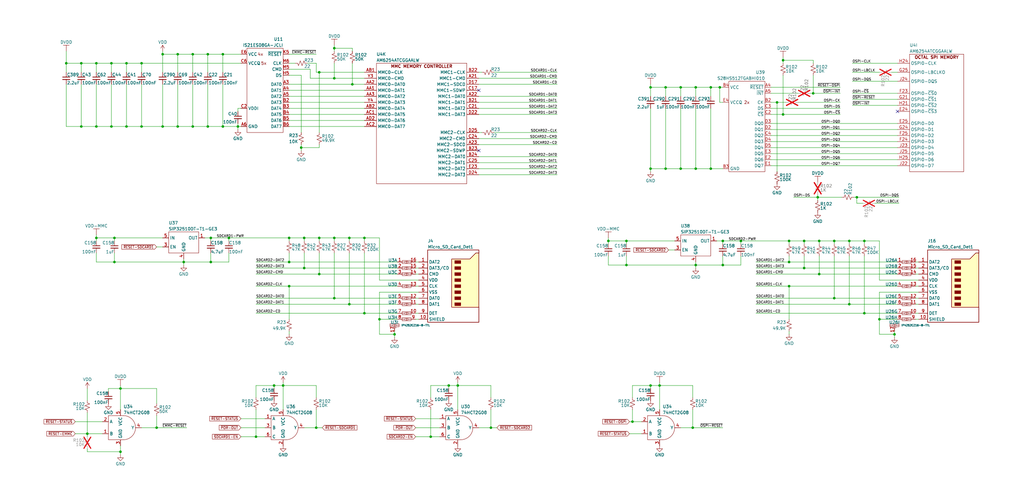
<source format=kicad_sch>
(kicad_sch (version 20230121) (generator eeschema)
  (paper "User" 431.8 210.007)
  (title_block (title "Benchy Reloaded") (rev "REV4") (company "Daxxn Industries"))
  (lib_symbols
    (symbol "Daxxn_Connectors:Micro_SD_Det1"
      (property "Reference" "J" (at -12.7 19.05 0))
      (property "Value" "Micro_SD_Card_Det1" (at -12.7 16.51 0))
      (symbol "Micro_SD_Det1_1_1"
        (pin bidirectional line (at -16.51 10.16 0) (length 3.81) (name "DAT2") (number "1"))
        (pin passive line (at -16.51 -13.97 0) (length 3.81) (name "SHIELD") (number "10"))
        (pin bidirectional line (at -16.51 7.62 0) (length 3.81) (name "DAT3/CD") (number "2"))
        (pin input line (at -16.51 5.08 0) (length 3.81) (name "CMD") (number "3"))
        (pin power_in line (at -16.51 2.54 0) (length 3.81) (name "VDD") (number "4"))
        (pin input line (at -16.51 0 0) (length 3.81) (name "CLK") (number "5"))
        (pin power_in line (at -16.51 -2.54 0) (length 3.81) (name "VSS") (number "6"))
        (pin bidirectional line (at -16.51 -5.08 0) (length 3.81) (name "DAT0") (number "7"))
        (pin bidirectional line (at -16.51 -7.62 0) (length 3.81) (name "DAT1") (number "8"))
        (pin passive line (at -16.51 -11.43 0) (length 3.81) (name "DET") (number "9"))
      )
    )
    (symbol "Daxxn_Device:C" (pin_numbers hide) (pin_names (offset 0.254) hide)
      (property "Reference" "C" (at 0.254 1.524 0))
      (property "Value" "C" (at 0.254 -1.905 0))
      (symbol "C_1_1"
        (pin passive line (at 0 2.54 270) (length 2.032) (name "~") (number "1"))
        (pin passive line (at 0 -2.54 90) (length 2.032) (name "~") (number "2"))
      )
    )
    (symbol "Daxxn_Device:R" (pin_numbers hide) (pin_names (offset 0.254) hide)
      (property "Reference" "R" (at 1.016 0.635 0))
      (property "Value" "R" (at 1.016 -1.016 0))
      (symbol "R_1_1"
        (pin passive line (at 0 2.54 270) (length 1.016) (name "~") (number "1"))
        (pin passive line (at 0 -2.54 90) (length 1.016) (name "~") (number "2"))
      )
    )
    (symbol "Daxxn_IC:SIP32510DT-T1-GE3"
      (property "Reference" "U" (at 0 3.81 0))
      (property "Value" "SIP32510DT-T1-GE3" (at 0 1.27 0))
      (symbol "SIP32510DT-T1-GE3_0_0"
        (pin power_out line (at 15.24 -2.54 180) (length 2.54) (name "OUT") (number "1"))
        (pin power_out line (at 15.24 -2.54 180) (length 2.54) hide (name "OUT") (number "2"))
        (pin input line (at -2.54 -6.35 0) (length 2.54) (name "EN") (number "3"))
        (pin power_in line (at 6.35 -11.43 90) (length 2.54) (name "GND") (number "4"))
        (pin power_in line (at -2.54 -2.54 0) (length 2.54) (name "IN") (number "5"))
        (pin power_in line (at -2.54 -2.54 0) (length 2.54) hide (name "IN") (number "6"))
      )
    )
    (symbol "Daxxn_Logic:74LVC1G08GW"
      (property "Reference" "U" (at 1.27 8.89 0))
      (property "Value" "74LVC1G08GW" (at 1.27 6.35 0))
      (symbol "74LVC1G08GW_0_0"
        (pin input line (at -7.62 -2.54 0) (length 2.54) (name "B") (number "1"))
        (pin input line (at -7.62 2.54 0) (length 2.54) (name "A") (number "2"))
        (pin power_in line (at 0 -7.62 90) (length 2.54) (name "GND") (number "3"))
        (pin output line (at 8.89 0 180) (length 2.54) (name "Y") (number "4"))
        (pin power_in line (at 0 7.62 270) (length 2.54) (name "VCC") (number "5"))
      )
    )
    (symbol "Daxxn_Logic:SN74LVC1G11DRYR"
      (property "Reference" "U" (at 1.27 8.89 0))
      (property "Value" "74HCT2G08" (at 1.27 6.35 0))
      (symbol "SN74LVC1G11DRYR_0_0"
        (pin input line (at -7.62 3.81 0) (length 2.54) (name "A") (number "1"))
        (pin power_in line (at 0 -7.62 90) (length 2.54) (name "GND") (number "2"))
        (pin input line (at -7.62 0 0) (length 2.54) (name "B") (number "3"))
        (pin output line (at 8.89 0 180) (length 2.54) (name "Y") (number "4"))
        (pin power_in line (at 0 7.62 270) (length 2.54) (name "VCC") (number "5"))
        (pin input line (at -7.62 -3.81 0) (length 2.54) (name "C") (number "6"))
      )
    )
    (symbol "Daxxn_Memory:IS21ES08GA-JCLI"
      (property "Reference" "U" (at 0 3.81 0))
      (property "Value" "IS21ES08GA-JCLI" (at 0 1.27 0))
      (symbol "IS21ES08GA-JCLI_0_0"
        (pin unspecified line (at 8.89 -12.7 0) (length 2.54) hide (name "NC") (number "A1"))
        (pin unspecified line (at 8.89 -12.7 0) (length 2.54) hide (name "NC") (number "A10"))
        (pin unspecified line (at 8.89 -12.7 0) (length 2.54) hide (name "NC") (number "A11"))
        (pin unspecified line (at 8.89 -12.7 0) (length 2.54) hide (name "NC") (number "A12"))
        (pin unspecified line (at 8.89 -12.7 0) (length 2.54) hide (name "NC") (number "A13"))
        (pin unspecified line (at 8.89 -12.7 0) (length 2.54) hide (name "NC") (number "A14"))
        (pin unspecified line (at 8.89 -12.7 0) (length 2.54) hide (name "NC") (number "A2"))
        (pin unspecified line (at -2.54 -15.24 0) (length 2.54) (name "DAT0") (number "A3"))
        (pin unspecified line (at -2.54 -17.78 0) (length 2.54) (name "DAT1") (number "A4"))
        (pin unspecified line (at -2.54 -20.32 0) (length 2.54) (name "DAT2") (number "A5"))
        (pin unspecified line (at 17.78 -33.02 180) (length 2.54) (name "GND") (number "A6"))
        (pin unspecified line (at 8.89 -12.7 0) (length 2.54) hide (name "NC") (number "A7"))
        (pin unspecified line (at 8.89 -12.7 0) (length 2.54) hide (name "NC") (number "A8"))
        (pin unspecified line (at 8.89 -12.7 0) (length 2.54) hide (name "NC") (number "A9"))
        (pin unspecified line (at 8.89 -12.7 0) (length 2.54) hide (name "NC") (number "B1"))
        (pin unspecified line (at 8.89 -12.7 0) (length 2.54) hide (name "NC") (number "B10"))
        (pin unspecified line (at 8.89 -12.7 0) (length 2.54) hide (name "NC") (number "B11"))
        (pin unspecified line (at 8.89 -12.7 0) (length 2.54) hide (name "NC") (number "B12"))
        (pin unspecified line (at 8.89 -12.7 0) (length 2.54) hide (name "NC") (number "B13"))
        (pin unspecified line (at 8.89 -12.7 0) (length 2.54) hide (name "NC") (number "B14"))
        (pin unspecified line (at -2.54 -22.86 0) (length 2.54) (name "DAT3") (number "B2"))
        (pin unspecified line (at -2.54 -25.4 0) (length 2.54) (name "DAT4") (number "B3"))
        (pin unspecified line (at -2.54 -27.94 0) (length 2.54) (name "DAT5") (number "B4"))
        (pin unspecified line (at -2.54 -30.48 0) (length 2.54) (name "DAT6") (number "B5"))
        (pin unspecified line (at -2.54 -33.02 0) (length 2.54) (name "DAT7") (number "B6"))
        (pin unspecified line (at 8.89 -12.7 0) (length 2.54) hide (name "NC") (number "B7"))
        (pin unspecified line (at 8.89 -12.7 0) (length 2.54) hide (name "NC") (number "B8"))
        (pin unspecified line (at 8.89 -12.7 0) (length 2.54) hide (name "NC") (number "B9"))
        (pin unspecified line (at 8.89 -12.7 0) (length 2.54) hide (name "NC") (number "C1"))
        (pin unspecified line (at 8.89 -12.7 0) (length 2.54) hide (name "NC") (number "C10"))
        (pin unspecified line (at 8.89 -12.7 0) (length 2.54) hide (name "NC") (number "C11"))
        (pin unspecified line (at 8.89 -12.7 0) (length 2.54) hide (name "NC") (number "C12"))
        (pin unspecified line (at 8.89 -12.7 0) (length 2.54) hide (name "NC") (number "C13"))
        (pin unspecified line (at 8.89 -12.7 0) (length 2.54) hide (name "NC") (number "C14"))
        (pin unspecified line (at 17.78 -25.4 180) (length 2.54) (name "VDDI") (number "C2"))
        (pin unspecified line (at 8.89 -12.7 0) (length 2.54) hide (name "NC") (number "C3"))
        (pin unspecified line (at 17.78 -33.02 180) (length 2.54) hide (name "GND") (number "C4"))
        (pin unspecified line (at 8.89 -12.7 0) (length 2.54) hide (name "NC") (number "C5"))
        (pin unspecified line (at 17.78 -6.35 180) (length 2.54) (name "VCCQ") (number "C6"))
        (pin unspecified line (at 8.89 -12.7 0) (length 2.54) hide (name "NC") (number "C7"))
        (pin unspecified line (at 8.89 -12.7 0) (length 2.54) hide (name "NC") (number "C8"))
        (pin unspecified line (at 8.89 -12.7 0) (length 2.54) hide (name "NC") (number "C9"))
        (pin unspecified line (at 8.89 -12.7 0) (length 2.54) hide (name "NC") (number "D1"))
        (pin unspecified line (at 8.89 -12.7 0) (length 2.54) hide (name "NC") (number "D12"))
        (pin unspecified line (at 8.89 -12.7 0) (length 2.54) hide (name "NC") (number "D13"))
        (pin unspecified line (at 8.89 -12.7 0) (length 2.54) hide (name "NC") (number "D14"))
        (pin unspecified line (at 8.89 -12.7 0) (length 2.54) hide (name "NC") (number "D2"))
        (pin unspecified line (at 8.89 -12.7 0) (length 2.54) hide (name "NC") (number "D3"))
        (pin unspecified line (at 8.89 -12.7 0) (length 2.54) hide (name "NC") (number "D4"))
        (pin unspecified line (at 8.89 -12.7 0) (length 2.54) hide (name "NC") (number "E1"))
        (pin unspecified line (at 8.89 -12.7 0) (length 2.54) hide (name "NC") (number "E10"))
        (pin unspecified line (at 8.89 -12.7 0) (length 2.54) hide (name "NC") (number "E12"))
        (pin unspecified line (at 8.89 -12.7 0) (length 2.54) hide (name "NC") (number "E13"))
        (pin unspecified line (at 8.89 -12.7 0) (length 2.54) hide (name "NC") (number "E14"))
        (pin unspecified line (at 8.89 -12.7 0) (length 2.54) hide (name "NC") (number "E2"))
        (pin unspecified line (at 8.89 -12.7 0) (length 2.54) hide (name "NC") (number "E3"))
        (pin unspecified line (at 8.89 -12.7 0) (length 2.54) hide (name "NC") (number "E5"))
        (pin unspecified line (at 17.78 -2.54 180) (length 2.54) (name "VCC") (number "E6"))
        (pin unspecified line (at 17.78 -33.02 180) (length 2.54) hide (name "GND") (number "E7"))
        (pin unspecified line (at 8.89 -12.7 0) (length 2.54) hide (name "NC") (number "E8"))
        (pin unspecified line (at 8.89 -12.7 0) (length 2.54) hide (name "NC") (number "E9"))
        (pin unspecified line (at 8.89 -12.7 0) (length 2.54) hide (name "NC") (number "F1"))
        (pin unspecified line (at 8.89 -12.7 0) (length 2.54) hide (name "NC") (number "F10"))
        (pin unspecified line (at 8.89 -12.7 0) (length 2.54) hide (name "NC") (number "F12"))
        (pin unspecified line (at 8.89 -12.7 0) (length 2.54) hide (name "NC") (number "F13"))
        (pin unspecified line (at 8.89 -12.7 0) (length 2.54) hide (name "NC") (number "F14"))
        (pin unspecified line (at 8.89 -12.7 0) (length 2.54) hide (name "NC") (number "F2"))
        (pin unspecified line (at 8.89 -12.7 0) (length 2.54) hide (name "NC") (number "F3"))
        (pin unspecified line (at 17.78 -2.54 180) (length 2.54) hide (name "VCC") (number "F5"))
        (pin unspecified line (at 8.89 -12.7 0) (length 2.54) hide (name "NC") (number "G1"))
        (pin unspecified line (at 8.89 -12.7 0) (length 2.54) hide (name "NC") (number "G10"))
        (pin unspecified line (at 8.89 -12.7 0) (length 2.54) hide (name "NC") (number "G12"))
        (pin unspecified line (at 8.89 -12.7 0) (length 2.54) hide (name "NC") (number "G13"))
        (pin unspecified line (at 8.89 -12.7 0) (length 2.54) hide (name "NC") (number "G14"))
        (pin unspecified line (at 8.89 -12.7 0) (length 2.54) hide (name "NC") (number "G2"))
        (pin unspecified line (at 8.89 -12.7 0) (length 2.54) hide (name "NC") (number "G3"))
        (pin unspecified line (at 17.78 -33.02 180) (length 2.54) hide (name "GND") (number "G5"))
        (pin unspecified line (at 8.89 -12.7 0) (length 2.54) hide (name "NC") (number "H1"))
        (pin unspecified line (at 17.78 -33.02 180) (length 2.54) hide (name "GND") (number "H10"))
        (pin unspecified line (at 8.89 -12.7 0) (length 2.54) hide (name "NC") (number "H12"))
        (pin unspecified line (at 8.89 -12.7 0) (length 2.54) hide (name "NC") (number "H13"))
        (pin unspecified line (at 8.89 -12.7 0) (length 2.54) hide (name "NC") (number "H14"))
        (pin unspecified line (at 8.89 -12.7 0) (length 2.54) hide (name "NC") (number "H2"))
        (pin unspecified line (at 8.89 -12.7 0) (length 2.54) hide (name "NC") (number "H3"))
        (pin unspecified line (at -2.54 -11.43 0) (length 2.54) (name "DS") (number "H5"))
        (pin unspecified line (at 8.89 -12.7 0) (length 2.54) hide (name "NC") (number "J1"))
        (pin unspecified line (at 17.78 -2.54 180) (length 2.54) hide (name "VCC") (number "J10"))
        (pin unspecified line (at 8.89 -12.7 0) (length 2.54) hide (name "NC") (number "J12"))
        (pin unspecified line (at 8.89 -12.7 0) (length 2.54) hide (name "NC") (number "J13"))
        (pin unspecified line (at 8.89 -12.7 0) (length 2.54) hide (name "NC") (number "J14"))
        (pin unspecified line (at 8.89 -12.7 0) (length 2.54) hide (name "NC") (number "J2"))
        (pin unspecified line (at 8.89 -12.7 0) (length 2.54) hide (name "NC") (number "J3"))
        (pin unspecified line (at 17.78 -33.02 180) (length 2.54) hide (name "GND") (number "J5"))
        (pin unspecified line (at 8.89 -12.7 0) (length 2.54) hide (name "NC") (number "K1"))
        (pin unspecified line (at 8.89 -12.7 0) (length 2.54) hide (name "NC") (number "K10"))
        (pin unspecified line (at 8.89 -12.7 0) (length 2.54) hide (name "NC") (number "K12"))
        (pin unspecified line (at 8.89 -12.7 0) (length 2.54) hide (name "NC") (number "K13"))
        (pin unspecified line (at 8.89 -12.7 0) (length 2.54) hide (name "NC") (number "K14"))
        (pin unspecified line (at 8.89 -12.7 0) (length 2.54) hide (name "NC") (number "K2"))
        (pin unspecified line (at 8.89 -12.7 0) (length 2.54) hide (name "NC") (number "K3"))
        (pin unspecified line (at -2.54 -2.54 0) (length 2.54) (name "~{RESET}") (number "K5"))
        (pin unspecified line (at 8.89 -12.7 0) (length 2.54) hide (name "NC") (number "K6"))
        (pin unspecified line (at 8.89 -12.7 0) (length 2.54) hide (name "NC") (number "K7"))
        (pin unspecified line (at 17.78 -33.02 180) (length 2.54) hide (name "GND") (number "K8"))
        (pin unspecified line (at 17.78 -2.54 180) (length 2.54) hide (name "VCC") (number "K9"))
        (pin unspecified line (at 8.89 -12.7 0) (length 2.54) hide (name "NC") (number "L1"))
        (pin unspecified line (at 8.89 -12.7 0) (length 2.54) hide (name "NC") (number "L12"))
        (pin unspecified line (at 8.89 -12.7 0) (length 2.54) hide (name "NC") (number "L13"))
        (pin unspecified line (at 8.89 -12.7 0) (length 2.54) hide (name "NC") (number "L14"))
        (pin unspecified line (at 8.89 -12.7 0) (length 2.54) hide (name "NC") (number "L2"))
        (pin unspecified line (at 8.89 -12.7 0) (length 2.54) hide (name "NC") (number "L3"))
        (pin unspecified line (at 8.89 -12.7 0) (length 2.54) hide (name "NC") (number "M1"))
        (pin unspecified line (at 8.89 -12.7 0) (length 2.54) hide (name "NC") (number "M10"))
        (pin unspecified line (at 8.89 -12.7 0) (length 2.54) hide (name "NC") (number "M11"))
        (pin unspecified line (at 8.89 -12.7 0) (length 2.54) hide (name "NC") (number "M12"))
        (pin unspecified line (at 8.89 -12.7 0) (length 2.54) hide (name "NC") (number "M13"))
        (pin unspecified line (at 8.89 -12.7 0) (length 2.54) hide (name "NC") (number "M14"))
        (pin unspecified line (at 8.89 -12.7 0) (length 2.54) hide (name "NC") (number "M2"))
        (pin unspecified line (at 8.89 -12.7 0) (length 2.54) hide (name "NC") (number "M3"))
        (pin unspecified line (at 17.78 -6.35 180) (length 2.54) hide (name "VCCQ") (number "M4"))
        (pin unspecified line (at -2.54 -8.89 0) (length 2.54) (name "CMD") (number "M5"))
        (pin unspecified line (at -2.54 -6.35 0) (length 2.54) (name "CLK") (number "M6"))
        (pin unspecified line (at 8.89 -12.7 0) (length 2.54) hide (name "NC") (number "M7"))
        (pin unspecified line (at 8.89 -12.7 0) (length 2.54) hide (name "NC") (number "M8"))
        (pin unspecified line (at 8.89 -12.7 0) (length 2.54) hide (name "NC") (number "M9"))
        (pin unspecified line (at 8.89 -12.7 0) (length 2.54) hide (name "NC") (number "N1"))
        (pin unspecified line (at 8.89 -12.7 0) (length 2.54) hide (name "NC") (number "N10"))
        (pin unspecified line (at 8.89 -12.7 0) (length 2.54) hide (name "NC") (number "N11"))
        (pin unspecified line (at 8.89 -12.7 0) (length 2.54) hide (name "NC") (number "N12"))
        (pin unspecified line (at 8.89 -12.7 0) (length 2.54) hide (name "NC") (number "N13"))
        (pin unspecified line (at 8.89 -12.7 0) (length 2.54) hide (name "NC") (number "N14"))
        (pin unspecified line (at 17.78 -33.02 180) (length 2.54) hide (name "GND") (number "N2"))
        (pin unspecified line (at 8.89 -12.7 0) (length 2.54) hide (name "NC") (number "N3"))
        (pin unspecified line (at 17.78 -6.35 180) (length 2.54) hide (name "VCCQ") (number "N4"))
        (pin unspecified line (at 17.78 -33.02 180) (length 2.54) hide (name "GND") (number "N5"))
        (pin unspecified line (at 8.89 -12.7 0) (length 2.54) hide (name "NC") (number "N6"))
        (pin unspecified line (at 8.89 -12.7 0) (length 2.54) hide (name "NC") (number "N7"))
        (pin unspecified line (at 8.89 -12.7 0) (length 2.54) hide (name "NC") (number "N8"))
        (pin unspecified line (at 8.89 -12.7 0) (length 2.54) hide (name "NC") (number "N9"))
        (pin unspecified line (at 8.89 -12.7 0) (length 2.54) hide (name "NC") (number "P1"))
        (pin unspecified line (at 8.89 -12.7 0) (length 2.54) hide (name "NC") (number "P10"))
        (pin unspecified line (at 8.89 -12.7 0) (length 2.54) hide (name "NC") (number "P11"))
        (pin unspecified line (at 8.89 -12.7 0) (length 2.54) hide (name "NC") (number "P12"))
        (pin unspecified line (at 8.89 -12.7 0) (length 2.54) hide (name "NC") (number "P13"))
        (pin unspecified line (at 8.89 -12.7 0) (length 2.54) hide (name "NC") (number "P14"))
        (pin unspecified line (at 8.89 -12.7 0) (length 2.54) hide (name "NC") (number "P2"))
        (pin unspecified line (at 17.78 -6.35 180) (length 2.54) hide (name "VCCQ") (number "P3"))
        (pin unspecified line (at 17.78 -33.02 180) (length 2.54) hide (name "GND") (number "P4"))
        (pin unspecified line (at 17.78 -6.35 180) (length 2.54) hide (name "VCCQ") (number "P5"))
        (pin unspecified line (at 17.78 -33.02 180) (length 2.54) hide (name "GND") (number "P6"))
        (pin unspecified line (at 8.89 -12.7 0) (length 2.54) hide (name "NC") (number "P7"))
        (pin unspecified line (at 8.89 -12.7 0) (length 2.54) hide (name "NC") (number "P8"))
        (pin unspecified line (at 8.89 -12.7 0) (length 2.54) hide (name "NC") (number "P9"))
      )
      (symbol "IS21ES08GA-JCLI_0_1"
        (text "4x" (at 10.795 -2.54 0) (effects (font (size 1.27 1.27)) (justify right)))
        (text "5x" (at 9.398 -6.35 0) (effects (font (size 1.27 1.27)) (justify right)))
      )
    )
    (symbol "Daxxn_Memory:S28HS512TGABHI010"
      (property "Reference" "U" (at 0 3.81 0))
      (property "Value" "S28HS512TGABHI010" (at 0 1.27 0))
      (symbol "S28HS512TGABHI010_0_0"
        (pin no_connect line (at 9.525 -19.685 90) (length 2.54) hide (name "DNU") (number "A2"))
        (pin no_connect line (at 9.525 -19.685 90) (length 2.54) hide (name "DNU") (number "A3"))
        (pin input line (at -2.54 -2.54 0) (length 2.54) (name "~{RESET}") (number "A4"))
        (pin input line (at -2.54 -5.08 0) (length 2.54) (name "~{INT}") (number "A5"))
        (pin no_connect line (at 9.525 -19.685 90) (length 2.54) hide (name "DNU") (number "B1"))
        (pin input line (at -2.54 -8.89 0) (length 2.54) (name "CK") (number "B2"))
        (pin power_in line (at 17.78 -36.83 180) (length 2.54) (name "GND") (number "B3"))
        (pin power_in line (at 17.78 -2.54 180) (length 2.54) (name "VCC") (number "B4"))
        (pin no_connect line (at 9.525 -19.685 90) (length 2.54) hide (name "DNU") (number "B5"))
        (pin power_in line (at 17.78 -36.83 180) (length 2.54) hide (name "GND") (number "C1"))
        (pin input line (at -2.54 -13.97 0) (length 2.54) (name "~{CS}") (number "C2"))
        (pin input line (at -2.54 -11.43 0) (length 2.54) (name "DS") (number "C3"))
        (pin bidirectional line (at -2.54 -22.86 0) (length 2.54) (name "DQ2") (number "C4"))
        (pin no_connect line (at 9.525 -19.685 90) (length 2.54) hide (name "DNU") (number "C5"))
        (pin power_in line (at 17.78 -8.89 180) (length 2.54) hide (name "VCCQ") (number "D1"))
        (pin bidirectional line (at -2.54 -20.32 0) (length 2.54) (name "DQ1") (number "D2"))
        (pin bidirectional line (at -2.54 -17.78 0) (length 2.54) (name "DQ0") (number "D3"))
        (pin bidirectional line (at -2.54 -25.4 0) (length 2.54) (name "DQ3") (number "D4"))
        (pin bidirectional line (at -2.54 -27.94 0) (length 2.54) (name "DQ4") (number "D5"))
        (pin bidirectional line (at -2.54 -35.56 0) (length 2.54) (name "DQ7") (number "E1"))
        (pin bidirectional line (at -2.54 -33.02 0) (length 2.54) (name "DQ6") (number "E2"))
        (pin bidirectional line (at -2.54 -30.48 0) (length 2.54) (name "DQ5") (number "E3"))
        (pin power_in line (at 17.78 -8.89 180) (length 2.54) (name "VCCQ") (number "E4"))
        (pin power_in line (at 17.78 -36.83 180) (length 2.54) hide (name "GND") (number "E5"))
      )
      (symbol "S28HS512TGABHI010_0_1"
        (text "2x" (at 8.89 -8.89 0) (effects (font (size 1.27 1.27)) (justify right)))
      )
    )
    (symbol "Daxxn_Power:DVDD" (power) (in_bom no) (on_board no)
      (property "Value" "DVDD" (at 0 3.81 0))
      (symbol "DVDD_0_0"
        (pin power_in line (at 0 0 90) (length 0) hide (name "DVDD") (number "1"))
      )
    )
    (symbol "Daxxn_Power:VDD-MMC" (power) (in_bom no) (on_board no)
      (property "Value" "VDD-MMC" (at 0 3.81 0))
      (symbol "VDD-MMC_0_0"
        (pin power_in line (at 0 0 90) (length 0) hide (name "VDD-MMC") (number "1"))
      )
    )
    (symbol "Daxxn_Protection:IP4252CZ16-8-TTL"
      (property "Reference" "U" (at 0 4.572 0))
      (property "Value" "IP4252CZ16-8-TTL" (at 0 2.794 0))
      (symbol "IP4252CZ16-8-TTL_1_0"
        (pin passive line (at -3.81 0 0) (length 1.85) (name "1A") (number "1"))
        (pin passive line (at 3.81 0 180) (length 1.85) (name "1B") (number "16"))
      )
      (symbol "IP4252CZ16-8-TTL_1_1"
        (text "π" (at 0 0 0) (effects (font (size 1.27 1.27))))
      )
      (symbol "IP4252CZ16-8-TTL_2_0"
        (pin passive line (at 3.81 0 180) (length 1.85) (name "2B") (number "15"))
        (pin passive line (at -3.81 0 0) (length 1.85) (name "2A") (number "2"))
      )
      (symbol "IP4252CZ16-8-TTL_2_1"
        (text "π" (at 0 0 0) (effects (font (size 1.27 1.27))))
      )
      (symbol "IP4252CZ16-8-TTL_3_0"
        (pin passive line (at 3.81 0 180) (length 1.85) (name "3B") (number "14"))
        (pin passive line (at -3.81 0 0) (length 1.85) (name "3A") (number "3"))
      )
      (symbol "IP4252CZ16-8-TTL_3_1"
        (text "π" (at 0 0 0) (effects (font (size 1.27 1.27))))
      )
      (symbol "IP4252CZ16-8-TTL_4_0"
        (pin passive line (at 3.81 0 180) (length 1.85) (name "4B") (number "13"))
        (pin passive line (at -3.81 0 0) (length 1.85) (name "4A") (number "4"))
      )
      (symbol "IP4252CZ16-8-TTL_4_1"
        (text "π" (at 0 0 0) (effects (font (size 1.27 1.27))))
      )
      (symbol "IP4252CZ16-8-TTL_5_0"
        (pin passive line (at 3.81 0 180) (length 1.85) (name "5B") (number "12"))
        (pin passive line (at -3.81 0 0) (length 1.85) (name "5A") (number "5"))
      )
      (symbol "IP4252CZ16-8-TTL_5_1"
        (text "π" (at 0 0 0) (effects (font (size 1.27 1.27))))
      )
      (symbol "IP4252CZ16-8-TTL_6_0"
        (pin passive line (at 3.81 0 180) (length 1.85) (name "6B") (number "11"))
        (pin passive line (at -3.81 0 0) (length 1.85) (name "6A") (number "6"))
      )
      (symbol "IP4252CZ16-8-TTL_6_1"
        (text "π" (at 0 0 0) (effects (font (size 1.27 1.27))))
      )
      (symbol "IP4252CZ16-8-TTL_7_0"
        (pin passive line (at 3.81 0 180) (length 1.85) (name "7B") (number "10"))
        (pin passive line (at -3.81 0 0) (length 1.85) (name "7A") (number "7"))
      )
      (symbol "IP4252CZ16-8-TTL_7_1"
        (text "π" (at 0 0 0) (effects (font (size 1.27 1.27))))
      )
      (symbol "IP4252CZ16-8-TTL_8_0"
        (pin passive line (at -3.81 0 0) (length 1.85) (name "8A") (number "8"))
        (pin passive line (at 3.81 0 180) (length 1.85) (name "8B") (number "9"))
      )
      (symbol "IP4252CZ16-8-TTL_8_1"
        (text "π" (at 0 0 0) (effects (font (size 1.27 1.27))))
      )
      (symbol "IP4252CZ16-8-TTL_9_0"
        (pin power_in line (at 0 -2.54 90) (length 1.5) (name "GND") (number "17"))
      )
      (symbol "IP4252CZ16-8-TTL_9_1"
        (text "π" (at 0 0 0) (effects (font (size 1.27 1.27))))
      )
    )
    (symbol "Daxxn_TIMicros:AM6254ATCGGAALW"
      (property "Reference" "U" (at 0 3.81 0))
      (property "Value" "AM6254ATCGGAALW" (at 0 1.27 0))
      (symbol "AM6254ATCGGAALW_1_1"
        (text "POWER" (at 12.7 -2.54 0) (effects (font (size 2 2) bold)))
        (text "PROG. SUPPLY" (at 20.32 -6.35 0) (effects (font (size 0.8 0.8)) (justify right)))
        (text "x17" (at 11.43 -41.91 0) (effects (font (size 1.27 1.27)) (justify left)))
        (text "x2" (at 10.16 -27.94 0) (effects (font (size 1.27 1.27)) (justify left)))
        (text "x2" (at 10.16 -15.24 0) (effects (font (size 1.27 1.27)) (justify left)))
        (text "x2" (at 10.16 -12.7 0) (effects (font (size 1.27 1.27)) (justify left)))
        (text "x2" (at 13.97 -10.16 0) (effects (font (size 1.27 1.27)) (justify left)))
        (text "x4" (at 10.16 -17.78 0) (effects (font (size 1.27 1.27)) (justify left)))
        (text "x4" (at 11.43 -95.25 0) (effects (font (size 1.27 1.27)) (justify left)))
        (text "x62" (at 5.08 -130.81 0) (effects (font (size 1.27 1.27)) (justify left)))
        (text "x8" (at 12.7 -52.07 0) (effects (font (size 1.27 1.27)) (justify left)))
        (pin power_in line (at -5.08 -130.81 0) (length 5.08) (name "VSS") (number "A1"))
        (pin no_connect line (at 11.43 35.56 0) (length 5.08) hide (name "RSVD1") (number "A2"))
        (pin power_in line (at -5.08 -130.81 0) (length 5.08) hide (name "VSS") (number "A24"))
        (pin power_in line (at -5.08 -130.81 0) (length 5.08) hide (name "VSS") (number "A25"))
        (pin power_in line (at -5.08 -130.81 0) (length 5.08) hide (name "VSS") (number "AA11"))
        (pin no_connect line (at 11.43 22.86 0) (length 5.08) hide (name "RSVD6") (number "AA12"))
        (pin power_in line (at -5.08 -130.81 0) (length 5.08) hide (name "VSS") (number "AB9"))
        (pin power_in line (at -5.08 -130.81 0) (length 5.08) hide (name "VSS") (number "AD1"))
        (pin power_in line (at -5.08 -130.81 0) (length 5.08) hide (name "VSS") (number "AD12"))
        (pin power_in line (at -5.08 -130.81 0) (length 5.08) hide (name "VSS") (number "AD16"))
        (pin power_in line (at -5.08 -130.81 0) (length 5.08) hide (name "VSS") (number "AD25"))
        (pin power_in line (at -5.08 -130.81 0) (length 5.08) hide (name "VSS") (number "AD9"))
        (pin power_in line (at -5.08 -130.81 0) (length 5.08) hide (name "VSS") (number "AE1"))
        (pin power_in line (at -5.08 -130.81 0) (length 5.08) hide (name "VSS") (number "AE12"))
        (pin power_in line (at -5.08 -130.81 0) (length 5.08) hide (name "VSS") (number "AE16"))
        (pin no_connect line (at 11.43 30.48 0) (length 5.08) hide (name "RSVD3") (number "AE2"))
        (pin power_in line (at -5.08 -130.81 0) (length 5.08) hide (name "VSS") (number "AE24"))
        (pin power_in line (at -5.08 -130.81 0) (length 5.08) hide (name "VSS") (number "AE25"))
        (pin power_in line (at -5.08 -130.81 0) (length 5.08) hide (name "VSS") (number "AE8"))
        (pin no_connect line (at 11.43 38.1 0) (length 5.08) hide (name "RSVD0") (number "B1"))
        (pin power_in line (at -5.08 -130.81 0) (length 5.08) hide (name "VSS") (number "B25"))
        (pin no_connect line (at 11.43 17.78 0) (length 5.08) hide (name "RSVD8") (number "E7"))
        (pin power_in line (at -5.08 -10.16 0) (length 5.08) (name "VDDSHV-MCU") (number "F11"))
        (pin power_in line (at -5.08 -130.81 0) (length 5.08) hide (name "VSS") (number "F13"))
        (pin power_in line (at -5.08 -12.7 0) (length 5.08) (name "VDDSHV0") (number "F15"))
        (pin no_connect line (at 11.43 33.02 0) (length 5.08) hide (name "RSVD2") (number "F6"))
        (pin power_in line (at -5.08 -44.45 0) (length 5.08) (name "VDD-CANUART") (number "F8"))
        (pin power_in line (at -5.08 -10.16 0) (length 5.08) hide (name "VDDSHV-MCU") (number "G12"))
        (pin power_in line (at -5.08 -130.81 0) (length 5.08) hide (name "VSS") (number "G13"))
        (pin power_in line (at -5.08 -12.7 0) (length 5.08) hide (name "VDDSHV0") (number "G14"))
        (pin power_in line (at -5.08 -69.85 0) (length 5.08) (name "VDDA-TEMP1") (number "G16"))
        (pin power_in line (at -5.08 -87.63 0) (length 5.08) (name "VDDSHV5") (number "G17"))
        (pin power_in line (at -5.08 -130.81 0) (length 5.08) hide (name "VSS") (number "G19"))
        (pin power_in line (at -5.08 -82.55 0) (length 5.08) (name "VDDS-OSC0") (number "G7"))
        (pin power_in line (at -5.08 -100.33 0) (length 5.08) (name "CAP-VDDS-CANUART") (number "G9"))
        (pin power_in line (at -5.08 -120.65 0) (length 5.08) (name "CAP-VDDS-MCU") (number "H11"))
        (pin power_in line (at -5.08 -130.81 0) (length 5.08) hide (name "VSS") (number "H13"))
        (pin power_in line (at -5.08 -102.87 0) (length 5.08) (name "CAP-VDDS0") (number "H15"))
        (pin power_in line (at -5.08 -130.81 0) (length 5.08) hide (name "VSS") (number "H16"))
        (pin power_in line (at -5.08 -115.57 0) (length 5.08) (name "CAP-VDDS5") (number "H17"))
        (pin power_in line (at -5.08 -130.81 0) (length 5.08) hide (name "VSS") (number "H18"))
        (pin power_in line (at -5.08 -130.81 0) (length 5.08) hide (name "VSS") (number "H20"))
        (pin power_in line (at -5.08 -41.91 0) (length 5.08) (name "VDD-CORE") (number "H8"))
        (pin power_in line (at -5.08 -20.32 0) (length 5.08) (name "VDDSHV-CANUART") (number "H9"))
        (pin power_in line (at -5.08 -41.91 0) (length 5.08) hide (name "VDD-CORE") (number "J11"))
        (pin power_in line (at -5.08 -52.07 0) (length 5.08) (name "VDDR-CORE") (number "J12"))
        (pin power_in line (at -5.08 -130.81 0) (length 5.08) hide (name "VSS") (number "J13"))
        (pin power_in line (at -5.08 -41.91 0) (length 5.08) hide (name "VDD-CORE") (number "J14"))
        (pin power_in line (at -5.08 -33.02 0) (length 5.08) (name "VDDSHV6") (number "J18"))
        (pin power_in line (at -5.08 -118.11 0) (length 5.08) (name "CAP-VDDS6") (number "J19"))
        (pin power_in line (at -5.08 -130.81 0) (length 5.08) hide (name "VSS") (number "J7"))
        (pin power_in line (at 30.48 -6.35 180) (length 5.08) (name "VPP") (number "J8"))
        (pin power_in line (at -5.08 -130.81 0) (length 5.08) hide (name "VSS") (number "K13"))
        (pin power_in line (at -5.08 -130.81 0) (length 5.08) hide (name "VSS") (number "K15"))
        (pin power_in line (at -5.08 -52.07 0) (length 5.08) hide (name "VDDR-CORE") (number "K16"))
        (pin power_in line (at -5.08 -41.91 0) (length 5.08) hide (name "VDD-CORE") (number "K17"))
        (pin power_in line (at -5.08 -105.41 0) (length 5.08) (name "CAP-VDDS1") (number "K18"))
        (pin power_in line (at -5.08 -130.81 0) (length 5.08) hide (name "VSS") (number "K19"))
        (pin power_in line (at -5.08 -130.81 0) (length 5.08) hide (name "VSS") (number "K7"))
        (pin power_in line (at -5.08 -95.25 0) (length 5.08) (name "VDDS-DDR") (number "K9"))
        (pin power_in line (at -5.08 -57.15 0) (length 5.08) (name "VDDA-MCU") (number "L11"))
        (pin power_in line (at -5.08 -41.91 0) (length 5.08) hide (name "VDD-CORE") (number "L12"))
        (pin power_in line (at -5.08 -64.77 0) (length 5.08) (name "VDDA-PLL2") (number "L14"))
        (pin power_in line (at -5.08 -41.91 0) (length 5.08) hide (name "VDD-CORE") (number "L15"))
        (pin power_in line (at -5.08 -27.94 0) (length 5.08) hide (name "VDDSHV1") (number "L18"))
        (pin power_in line (at -5.08 -130.81 0) (length 5.08) hide (name "VSS") (number "L20"))
        (pin power_in line (at -5.08 -95.25 0) (length 5.08) hide (name "VDDS-DDR") (number "L8"))
        (pin power_in line (at -5.08 -130.81 0) (length 5.08) hide (name "VSS") (number "M10"))
        (pin power_in line (at -5.08 -130.81 0) (length 5.08) hide (name "VSS") (number "M12"))
        (pin power_in line (at -5.08 -130.81 0) (length 5.08) hide (name "VSS") (number "M13"))
        (pin power_in line (at -5.08 -41.91 0) (length 5.08) hide (name "VDD-CORE") (number "M16"))
        (pin power_in line (at -5.08 -130.81 0) (length 5.08) hide (name "VSS") (number "M17"))
        (pin power_in line (at -5.08 -130.81 0) (length 5.08) hide (name "VSS") (number "M18"))
        (pin power_in line (at -5.08 -27.94 0) (length 5.08) (name "VDDSHV1") (number "M19"))
        (pin power_in line (at -5.08 -130.81 0) (length 5.08) hide (name "VSS") (number "M7"))
        (pin power_in line (at -5.08 -130.81 0) (length 5.08) hide (name "VSS") (number "M8"))
        (pin power_in line (at -5.08 -92.71 0) (length 5.08) (name "VDDS-DDR-C") (number "M9"))
        (pin power_in line (at -5.08 -41.91 0) (length 5.08) hide (name "VDD-CORE") (number "N11"))
        (pin power_in line (at -5.08 -52.07 0) (length 5.08) hide (name "VDDR-CORE") (number "N12"))
        (pin power_in line (at -5.08 -41.91 0) (length 5.08) hide (name "VDD-CORE") (number "N13"))
        (pin power_in line (at -5.08 -52.07 0) (length 5.08) hide (name "VDDR-CORE") (number "N14"))
        (pin power_in line (at -5.08 -130.81 0) (length 5.08) hide (name "VSS") (number "N15"))
        (pin power_in line (at -5.08 -17.78 0) (length 5.08) hide (name "VDDSHV3") (number "N18"))
        (pin power_in line (at -5.08 -41.91 0) (length 5.08) hide (name "VDD-CORE") (number "N8"))
        (pin power_in line (at -5.08 -130.81 0) (length 5.08) hide (name "VSS") (number "P10"))
        (pin power_in line (at -5.08 -130.81 0) (length 5.08) hide (name "VSS") (number "P13"))
        (pin power_in line (at -5.08 -52.07 0) (length 5.08) hide (name "VDDR-CORE") (number "P16"))
        (pin power_in line (at -5.08 -41.91 0) (length 5.08) hide (name "VDD-CORE") (number "P17"))
        (pin power_in line (at -5.08 -17.78 0) (length 5.08) hide (name "VDDSHV3") (number "P18"))
        (pin power_in line (at -5.08 -110.49 0) (length 5.08) (name "CAP-VDDS3") (number "P19"))
        (pin power_in line (at -5.08 -130.81 0) (length 5.08) hide (name "VSS") (number "P7"))
        (pin power_in line (at -5.08 -95.25 0) (length 5.08) hide (name "VDDS-DDR") (number "P9"))
        (pin power_in line (at -5.08 -41.91 0) (length 5.08) hide (name "VDD-CORE") (number "R11"))
        (pin power_in line (at -5.08 -52.07 0) (length 5.08) hide (name "VDDR-CORE") (number "R12"))
        (pin power_in line (at -5.08 -130.81 0) (length 5.08) hide (name "VSS") (number "R13"))
        (pin power_in line (at -5.08 -41.91 0) (length 5.08) hide (name "VDD-CORE") (number "R14"))
        (pin power_in line (at -5.08 -130.81 0) (length 5.08) hide (name "VSS") (number "R15"))
        (pin power_in line (at -5.08 -130.81 0) (length 5.08) hide (name "VSS") (number "R18"))
        (pin power_in line (at -5.08 -130.81 0) (length 5.08) hide (name "VSS") (number "R20"))
        (pin power_in line (at -5.08 -95.25 0) (length 5.08) hide (name "VDDS-DDR") (number "R8"))
        (pin power_in line (at -5.08 -52.07 0) (length 5.08) hide (name "VDDR-CORE") (number "T10"))
        (pin power_in line (at -5.08 -130.81 0) (length 5.08) hide (name "VSS") (number "T13"))
        (pin power_in line (at -5.08 -130.81 0) (length 5.08) hide (name "VSS") (number "T14"))
        (pin power_in line (at -5.08 -130.81 0) (length 5.08) hide (name "VSS") (number "T16"))
        (pin power_in line (at -5.08 -130.81 0) (length 5.08) hide (name "VSS") (number "T17"))
        (pin power_in line (at -5.08 -130.81 0) (length 5.08) hide (name "VSS") (number "T18"))
        (pin power_in line (at -5.08 -17.78 0) (length 5.08) (name "VDDSHV3") (number "T19"))
        (pin no_connect line (at 11.43 27.94 0) (length 5.08) hide (name "RSVD4") (number "T2"))
        (pin power_in line (at -5.08 -30.48 0) (length 5.08) (name "VDDSHV4") (number "T7"))
        (pin power_in line (at -5.08 -130.81 0) (length 5.08) hide (name "VSS") (number "T8"))
        (pin power_in line (at -5.08 -67.31 0) (length 5.08) (name "VDDA-TEMP0") (number "T9"))
        (pin power_in line (at -5.08 -59.69 0) (length 5.08) (name "VDDA-PLL0") (number "U11"))
        (pin power_in line (at -5.08 -41.91 0) (length 5.08) hide (name "VDD-CORE") (number "U12"))
        (pin power_in line (at -5.08 -52.07 0) (length 5.08) hide (name "VDDR-CORE") (number "U14"))
        (pin power_in line (at -5.08 -62.23 0) (length 5.08) (name "VDDA-PLL1") (number "U15"))
        (pin power_in line (at -5.08 -17.78 0) (length 5.08) hide (name "VDDSHV3") (number "U18"))
        (pin power_in line (at -5.08 -130.81 0) (length 5.08) hide (name "VSS") (number "U19"))
        (pin no_connect line (at 11.43 25.4 0) (length 5.08) hide (name "RSVD5") (number "U4"))
        (pin power_in line (at -5.08 -113.03 0) (length 5.08) (name "CAP-VDDS4") (number "U7"))
        (pin power_in line (at -5.08 -130.81 0) (length 5.08) hide (name "VSS") (number "U8"))
        (pin power_in line (at -5.08 -130.81 0) (length 5.08) hide (name "VSS") (number "V10"))
        (pin power_in line (at -5.08 -130.81 0) (length 5.08) hide (name "VSS") (number "V11"))
        (pin power_in line (at -5.08 -130.81 0) (length 5.08) hide (name "VSS") (number "V13"))
        (pin power_in line (at -5.08 -41.91 0) (length 5.08) hide (name "VDD-CORE") (number "V15"))
        (pin power_in line (at -5.08 -130.81 0) (length 5.08) hide (name "VSS") (number "V16"))
        (pin power_in line (at -5.08 -41.91 0) (length 5.08) hide (name "VDD-CORE") (number "V17"))
        (pin power_in line (at -5.08 -130.81 0) (length 5.08) hide (name "VSS") (number "V18"))
        (pin power_in line (at -5.08 -41.91 0) (length 5.08) hide (name "VDD-CORE") (number "V8"))
        (pin power_in line (at -5.08 -130.81 0) (length 5.08) hide (name "VSS") (number "V9"))
        (pin power_in line (at -5.08 -74.93 0) (length 5.08) (name "VDDA-1P8-OLDI0") (number "W10"))
        (pin power_in line (at -5.08 -49.53 0) (length 5.08) (name "VDDA-CORE-USB") (number "W12"))
        (pin power_in line (at -5.08 -46.99 0) (length 5.08) (name "VDDA-CORE-CSIRX0") (number "W13"))
        (pin power_in line (at -5.08 -72.39 0) (length 5.08) (name "VDDA-1P8-CSIRX0") (number "W14"))
        (pin power_in line (at -5.08 -15.24 0) (length 5.08) hide (name "VDDSHV2") (number "W16"))
        (pin power_in line (at -5.08 -107.95 0) (length 5.08) (name "CAP-VDDS2") (number "W17"))
        (pin power_in line (at -5.08 -15.24 0) (length 5.08) (name "VDDSHV2") (number "W19"))
        (pin power_in line (at -5.08 -130.81 0) (length 5.08) hide (name "VSS") (number "W7"))
        (pin power_in line (at -5.08 -77.47 0) (length 5.08) (name "VDDA-1P8-OLDI0") (number "W9"))
        (pin power_in line (at -5.08 -80.01 0) (length 5.08) (name "VDDA-1P8-USB") (number "Y11"))
        (pin power_in line (at -5.08 -22.86 0) (length 5.08) (name "VDDA-3P3-USB") (number "Y13"))
        (pin no_connect line (at 11.43 20.32 0) (length 5.08) hide (name "RSVD7") (number "Y15"))
        (pin power_in line (at -5.08 -130.81 0) (length 5.08) hide (name "VSS") (number "Y2"))
      )
      (symbol "AM6254ATCGGAALW_2_1"
        (text "CONTROL" (at 17.78 -1.27 0) (effects (font (size 1.27 1.27) bold)))
        (pin input line (at -5.08 -15.24 0) (length 5.08) (name "EXT-REFCLK1") (number "A18"))
        (pin output line (at -5.08 -30.48 0) (length 5.08) (name "MCU-OSC0-XO") (number "A3"))
        (pin bidirectional line (at -5.08 -49.53 0) (length 5.08) (name "MCU-UART0-TXD") (number "A5"))
        (pin bidirectional line (at -5.08 -54.61 0) (length 5.08) (name "MCU-UART0-CTSn") (number "A6"))
        (pin bidirectional line (at 43.18 -46.99 180) (length 5.08) (name "MCU-SPI0-CLK") (number "A7"))
        (pin bidirectional line (at 43.18 -26.67 180) (length 5.08) (name "MCU-I2C0-SCL") (number "A8"))
        (pin output line (at 43.18 -6.35 180) (length 5.08) (name "MCU-~{RESET-STAT}") (number "B12"))
        (pin input line (at -5.08 -27.94 0) (length 5.08) (name "MCU-OSC0-XI") (number "B2"))
        (pin input line (at 43.18 -34.29 180) (length 5.08) (name "MCU-MCAN0-RX") (number "B3"))
        (pin input line (at -5.08 -52.07 0) (length 5.08) (name "MCU-UART0-RXD") (number "B5"))
        (pin output line (at -5.08 -57.15 0) (length 5.08) (name "MCU-UART0-RTSn") (number "B6"))
        (pin output line (at 43.18 -11.43 180) (length 5.08) (name "PMIC-LPM-EN0") (number "B7"))
        (pin bidirectional line (at 43.18 -57.15 180) (length 5.08) (name "MCU-SPI0-CS1") (number "B8"))
        (pin output line (at -5.08 -40.64 0) (length 5.08) (name "WKUP-LFOSC0-XO") (number "C1"))
        (pin input line (at -5.08 -38.1 0) (length 5.08) (name "WKUP-LFOSC0-XI") (number "C2"))
        (pin bidirectional line (at 43.18 -52.07 180) (length 5.08) (name "MCU-SPI0-D1") (number "C9"))
        (pin bidirectional line (at 43.18 -15.24 180) (length 5.08) (name "MCU-~{ERROR}") (number "D1"))
        (pin bidirectional line (at 43.18 -29.21 180) (length 5.08) (name "MCU-I2C0-SDA") (number "D10"))
        (pin input line (at -5.08 -11.43 0) (length 5.08) (name "EXTINTn") (number "D16"))
        (pin input line (at -5.08 -20.32 0) (length 5.08) (name "~{MCU-POR}") (number "D2"))
        (pin input line (at 43.18 -39.37 180) (length 5.08) (name "MCU-MCAN1-RX") (number "D4"))
        (pin output line (at 43.18 -36.83 180) (length 5.08) (name "MCU-MCAN0-TX") (number "D6"))
        (pin bidirectional line (at 43.18 -49.53 180) (length 5.08) (name "MCU-SPI0-D0") (number "D9"))
        (pin input line (at -5.08 -6.35 0) (length 5.08) (name "MCU-~{RESET}") (number "E11"))
        (pin output line (at 43.18 -20.32 180) (length 5.08) (name "~{POR}-OUT") (number "E21"))
        (pin output line (at 43.18 -41.91 180) (length 5.08) (name "MCU-MCAN1-TX") (number "E5"))
        (pin bidirectional line (at 43.18 -54.61 180) (length 5.08) (name "MCU-SPI0-CS0") (number "E8"))
        (pin input line (at -5.08 -3.81 0) (length 5.08) (name "~{RESET-REQ}") (number "F20"))
        (pin output line (at 43.18 -3.81 180) (length 5.08) (name "~{RESETSTA}") (number "F22"))
      )
      (symbol "AM6254ATCGGAALW_3_1"
        (text "DEBUG" (at 6.35 -1.27 0) (effects (font (size 1.27 1.27) bold)))
        (pin input line (at -5.08 -12.7 0) (length 5.08) (name "TCK") (number "A10"))
        (pin input line (at -5.08 -15.24 0) (length 5.08) (name "TDI") (number "A11"))
        (pin input line (at -5.08 -22.86 0) (length 5.08) (name "~{TRST}") (number "B10"))
        (pin input line (at -5.08 -20.32 0) (length 5.08) (name "TMS") (number "B11"))
        (pin bidirectional line (at -5.08 -7.62 0) (length 5.08) (name "EMU1") (number "C11"))
        (pin output line (at -5.08 -17.78 0) (length 5.08) (name "TDO") (number "D12"))
        (pin bidirectional line (at -5.08 -5.08 0) (length 5.08) (name "EMU0") (number "E12"))
      )
      (symbol "AM6254ATCGGAALW_4_1"
        (text "DDR MEMORY" (at 25.4 -2.54 0) (effects (font (size 1.27 1.27) bold)))
        (pin bidirectional line (at 55.88 -66.04 180) (length 5.08) (name "DDR0-DQS0+") (number "E1"))
        (pin bidirectional line (at 55.88 -68.58 180) (length 5.08) (name "DDR0-DQS0-") (number "E2"))
        (pin bidirectional line (at 55.88 -55.88 180) (length 5.08) (name "DDR0-DQ4") (number "E3"))
        (pin bidirectional line (at 55.88 -63.5 180) (length 5.08) (name "DDR0-DQ7") (number "F1"))
        (pin bidirectional line (at 55.88 -60.96 180) (length 5.08) (name "DDR0-DQ6") (number "F2"))
        (pin bidirectional line (at 55.88 -50.8 180) (length 5.08) (name "DDR0-DQ2") (number "F3"))
        (pin bidirectional line (at 55.88 -45.72 180) (length 5.08) (name "DDR0-DQ0") (number "F4"))
        (pin output line (at -5.08 -25.4 0) (length 5.08) (name "DDR0-RESET0-n") (number "G1"))
        (pin bidirectional line (at 55.88 -58.42 180) (length 5.08) (name "DDR0-DQ5") (number "G2"))
        (pin bidirectional line (at 55.88 -48.26 180) (length 5.08) (name "DDR0-DQ1") (number "G5"))
        (pin output line (at -5.08 -77.47 0) (length 5.08) (name "DDR0-ODT0") (number "H1"))
        (pin output line (at -5.08 -58.42 0) (length 5.08) (name "DDR0-CKE0") (number "H2"))
        (pin bidirectional line (at -5.08 -64.77 0) (length 5.08) (name "DDR0-DM0") (number "H5"))
        (pin bidirectional line (at 55.88 -53.34 180) (length 5.08) (name "DDR0-DQ3") (number "H6"))
        (pin output line (at 55.88 -2.54 180) (length 5.08) (name "DDR0-A0") (number "J1"))
        (pin output line (at 55.88 -5.08 180) (length 5.08) (name "DDR0-A1") (number "J2"))
        (pin output line (at -5.08 -80.01 0) (length 5.08) (name "DDR0-ODT1") (number "J3"))
        (pin output line (at -5.08 -60.96 0) (length 5.08) (name "DDR0-CKE1") (number "J4"))
        (pin output line (at 55.88 -15.24 180) (length 5.08) (name "DDR0-A5") (number "K1"))
        (pin output line (at -5.08 -43.18 0) (length 5.08) (name "DDR0-~{CS1}") (number "K2"))
        (pin output line (at 55.88 -7.62 180) (length 5.08) (name "DDR0-A2") (number "K3"))
        (pin output line (at 55.88 -12.7 180) (length 5.08) (name "DDR0-A4") (number "K4"))
        (pin output line (at -5.08 -34.29 0) (length 5.08) (name "DDR0-CK0+") (number "L1"))
        (pin output line (at -5.08 -36.83 0) (length 5.08) (name "DDR0-CK0-") (number "L2"))
        (pin output line (at 55.88 -10.16 180) (length 5.08) (name "DDR0-A3") (number "L5"))
        (pin output line (at -5.08 -40.64 0) (length 5.08) (name "DDR0-~{CS0}") (number "L6"))
        (pin output line (at -5.08 -46.99 0) (length 5.08) (name "DDR0-BA0") (number "M1"))
        (pin passive line (at -5.08 -93.98 0) (length 5.08) (name "DDR0-CAL0") (number "M2"))
        (pin output line (at -5.08 -12.7 0) (length 5.08) (name "DDR0-CAS-n") (number "M4"))
        (pin output line (at -5.08 -20.32 0) (length 5.08) (name "DDR0-RAS-n") (number "M5"))
        (pin output line (at -5.08 -49.53 0) (length 5.08) (name "DDR0-BA1") (number "N1"))
        (pin output line (at -5.08 -73.66 0) (length 5.08) (name "DDR0-BG1") (number "N2"))
        (pin output line (at -5.08 -17.78 0) (length 5.08) (name "DDR0-WE-n") (number "N3"))
        (pin output line (at -5.08 -22.86 0) (length 5.08) (name "DDR0-ACT-n") (number "N6"))
        (pin output line (at 55.88 -22.86 180) (length 5.08) (name "DDR0-A8") (number "P1"))
        (pin output line (at 55.88 -20.32 180) (length 5.08) (name "DDR0-A7") (number "P2"))
        (pin output line (at 55.88 -25.4 180) (length 5.08) (name "DDR0-A9") (number "P4"))
        (pin output line (at 55.88 -30.48 180) (length 5.08) (name "DDR0-A11") (number "P5"))
        (pin output line (at 55.88 -35.56 180) (length 5.08) (name "DDR0-A13") (number "R1"))
        (pin output line (at 55.88 -17.78 180) (length 5.08) (name "DDR0-A6") (number "R2"))
        (pin bidirectional line (at -5.08 -10.16 0) (length 5.08) (name "DDR0-ALERT-n") (number "R3"))
        (pin output line (at 55.88 -27.94 180) (length 5.08) (name "DDR0-A10") (number "R5"))
        (pin output line (at 55.88 -33.02 180) (length 5.08) (name "DDR0-A12") (number "R6"))
        (pin output line (at -5.08 -15.24 0) (length 5.08) (name "DDR0-PAR") (number "T1"))
        (pin output line (at -5.08 -71.12 0) (length 5.08) (name "DDR0-BG0") (number "T4"))
        (pin bidirectional line (at 55.88 -71.12 180) (length 5.08) (name "DDR0-DQ8") (number "U1"))
        (pin bidirectional line (at 55.88 -76.2 180) (length 5.08) (name "DDR0-DQ10") (number "U2"))
        (pin bidirectional line (at 55.88 -73.66 180) (length 5.08) (name "DDR0-DQ9") (number "U3"))
        (pin bidirectional line (at 55.88 -91.44 180) (length 5.08) (name "DDR0-DQS1+") (number "V1"))
        (pin bidirectional line (at 55.88 -93.98 180) (length 5.08) (name "DDR0-DQS1-") (number "V2"))
        (pin bidirectional line (at 55.88 -78.74 180) (length 5.08) (name "DDR0-DQ11") (number "V5"))
        (pin bidirectional line (at 55.88 -83.82 180) (length 5.08) (name "DDR0-DQ13") (number "V6"))
        (pin bidirectional line (at 55.88 -88.9 180) (length 5.08) (name "DDR0-DQ15") (number "W1"))
        (pin bidirectional line (at 55.88 -81.28 180) (length 5.08) (name "DDR0-DQ12") (number "W2"))
        (pin bidirectional line (at -5.08 -67.31 0) (length 5.08) (name "DDR0-DM1") (number "W5"))
        (pin bidirectional line (at 55.88 -86.36 180) (length 5.08) (name "DDR0-DQ14") (number "Y1"))
      )
      (symbol "AM6254ATCGGAALW_5_1"
        (text "POWER MONITORS" (at 10.16 -1.27 0) (effects (font (size 1.27 1.27) bold)))
        (pin input line (at -5.08 -3.81 0) (length 5.08) (name "VMON-1P8-SOC") (number "G10"))
        (pin input line (at -5.08 -19.05 0) (length 5.08) (name "VMON-VSYS") (number "H10"))
        (pin input line (at -5.08 -11.43 0) (length 5.08) (name "VMON-3P3-SOC") (number "K10"))
      )
      (symbol "AM6254ATCGGAALW_6_1"
        (text "ETHERNET" (at 19.05 -2.54 0) (effects (font (size 1.27 1.27) bold)))
        (pin input line (at -5.08 -24.13 0) (length 5.08) (name "RGMII1-RD3") (number "AA15"))
        (pin output line (at 43.18 -30.48 180) (length 5.08) (name "RGMII2-TD1") (number "AA18"))
        (pin output line (at 43.18 -12.7 180) (length 5.08) (name "RGMII2-TX-CTL") (number "AA19"))
        (pin input line (at -5.08 -21.59 0) (length 5.08) (name "RGMII1-RD2") (number "AB16"))
        (pin input line (at -5.08 -16.51 0) (length 5.08) (name "RGMII1-RD0") (number "AB17"))
        (pin input line (at 43.18 -19.05 180) (length 5.08) (name "RGMII2-RD1") (number "AB20"))
        (pin bidirectional line (at 43.18 -43.18 180) (length 5.08) (name "MDIO0-MDIO") (number "AB22"))
        (pin input line (at -5.08 -19.05 0) (length 5.08) (name "RGMII1-RD1") (number "AC17"))
        (pin output line (at 43.18 -35.56 180) (length 5.08) (name "RGMII2-TD3") (number "AC20"))
        (pin input line (at 43.18 -21.59 180) (length 5.08) (name "RGMII2-RD2") (number "AC21"))
        (pin input line (at -5.08 -5.08 0) (length 5.08) (name "RGMII1-RXC") (number "AD17"))
        (pin output line (at -5.08 -35.56 0) (length 5.08) (name "RGMII1-TD3") (number "AD18"))
        (pin output line (at -5.08 -12.7 0) (length 5.08) (name "RGMII1-TX-CTL") (number "AD19"))
        (pin output line (at -5.08 -30.48 0) (length 5.08) (name "RGMII1-TD1") (number "AD20"))
        (pin output line (at 43.18 -33.02 180) (length 5.08) (name "RGMII2-TD2") (number "AD21"))
        (pin input line (at 43.18 -7.62 180) (length 5.08) (name "RGMII2-RX-CTL") (number "AD22"))
        (pin input line (at 43.18 -5.08 180) (length 5.08) (name "RGMII2-RXC") (number "AD23"))
        (pin output line (at 43.18 -40.64 180) (length 5.08) (name "MDIO0-MDC") (number "AD24"))
        (pin input line (at -5.08 -7.62 0) (length 5.08) (name "RGMII1-RX-CTL") (number "AE17"))
        (pin output line (at -5.08 -33.02 0) (length 5.08) (name "RGMII1-TD2") (number "AE18"))
        (pin output line (at -5.08 -10.16 0) (length 5.08) (name "RGMII1-TXC") (number "AE19"))
        (pin output line (at -5.08 -27.94 0) (length 5.08) (name "RGMII1-TD0") (number "AE20"))
        (pin output line (at 43.18 -10.16 180) (length 5.08) (name "RGMII2-TXC") (number "AE21"))
        (pin input line (at 43.18 -24.13 180) (length 5.08) (name "RGMII2-RD3") (number "AE22"))
        (pin input line (at 43.18 -16.51 180) (length 5.08) (name "RGMII2-RD0") (number "AE23"))
        (pin output line (at 43.18 -27.94 180) (length 5.08) (name "RGMII2-TD0") (number "Y18"))
      )
      (symbol "AM6254ATCGGAALW_7_1"
        (text "USB" (at 11.43 -1.27 0) (effects (font (size 1.27 1.27) bold)))
        (pin input line (at 27.94 -31.75 180) (length 5.08) (name "USB1-VBUS") (number "AB10"))
        (pin input line (at 27.94 -3.81 180) (length 5.08) (name "USB0-VBUS") (number "AC11"))
        (pin input line (at 27.94 -52.07 180) (length 5.08) (name "USB1-RCALIB") (number "AC9"))
        (pin bidirectional line (at 27.94 -39.37 180) (length 5.08) (name "USB1-D-") (number "AD10"))
        (pin bidirectional line (at 27.94 -13.97 180) (length 5.08) (name "USB0-D+") (number "AD11"))
        (pin input line (at 27.94 -24.13 180) (length 5.08) (name "USB0-RCALIB") (number "AE10"))
        (pin bidirectional line (at 27.94 -11.43 180) (length 5.08) (name "USB0-D-") (number "AE11"))
        (pin bidirectional line (at 27.94 -41.91 180) (length 5.08) (name "USB1-D+") (number "AE9"))
        (pin output line (at 27.94 -21.59 180) (length 5.08) (name "USB0-DRVVBUS") (number "C20"))
        (pin output line (at 27.94 -49.53 180) (length 5.08) (name "USB1-DRVVBUS") (number "F18"))
      )
      (symbol "AM6254ATCGGAALW_8_1"
        (text "CAMERA" (at 10.16 -2.54 0) (effects (font (size 1.27 1.27) bold)))
        (pin input line (at -3.81 -43.18 0) (length 5.08) (name "CSI0-RXRCALIB") (number "AA14"))
        (pin input line (at -3.81 -30.48 0) (length 5.08) (name "CSI0-RX3-") (number "AB12"))
        (pin input line (at -3.81 -7.62 0) (length 5.08) (name "CSI0-RX0-") (number "AB14"))
        (pin input line (at -3.81 -27.94 0) (length 5.08) (name "CSI0-RX3+") (number "AC13"))
        (pin input line (at -3.81 -5.08 0) (length 5.08) (name "CSI0-RX0+") (number "AC15"))
        (pin input line (at -3.81 -22.86 0) (length 5.08) (name "CSI0-RX2-") (number "AD13"))
        (pin input line (at -3.81 -15.24 0) (length 5.08) (name "CSI0-RX1-") (number "AD14"))
        (pin input line (at -3.81 -38.1 0) (length 5.08) (name "CSI0-RXCLK-") (number "AD15"))
        (pin input line (at -3.81 -20.32 0) (length 5.08) (name "CSI0-RX2+") (number "AE13"))
        (pin input line (at -3.81 -12.7 0) (length 5.08) (name "CSI0-RX1+") (number "AE14"))
        (pin input line (at -3.81 -35.56 0) (length 5.08) (name "CSI0-RXCLK+") (number "AE15"))
      )
      (symbol "AM6254ATCGGAALW_9_1"
        (text "OCTAL SPI MEMORY" (at 11.43 -1.27 0) (effects (font (size 1.27 1.27) bold)))
        (pin output line (at -5.08 -24.13 0) (length 5.08) (name "OSPI0-~{CS}3") (number "E24"))
        (pin bidirectional line (at -5.08 -29.21 0) (length 5.08) (name "OSPI0-D0") (number "E25"))
        (pin output line (at -5.08 -16.51 0) (length 5.08) (name "OSPI0-~{CS}0") (number "F23"))
        (pin bidirectional line (at -5.08 -36.83 0) (length 5.08) (name "OSPI0-D3") (number "F24"))
        (pin bidirectional line (at -5.08 -34.29 0) (length 5.08) (name "OSPI0-D2") (number "F25"))
        (pin output line (at -5.08 -19.05 0) (length 5.08) (name "OSPI0-~{CS}1") (number "G21"))
        (pin bidirectional line (at -5.08 -31.75 0) (length 5.08) (name "OSPI0-D1") (number "G24"))
        (pin bidirectional line (at -5.08 -7.62 0) (length 5.08) (name "OSPI0-LBCLKO") (number "G25"))
        (pin output line (at -5.08 -21.59 0) (length 5.08) (name "OSPI0-~{CS}2") (number "H21"))
        (pin output line (at -5.08 -3.81 0) (length 5.08) (name "OSPI0-CLK") (number "H24"))
        (pin bidirectional line (at -5.08 -44.45 0) (length 5.08) (name "OSPI0-D6") (number "H25"))
        (pin bidirectional line (at -5.08 -46.99 0) (length 5.08) (name "OSPI0-D7") (number "J22"))
        (pin bidirectional line (at -5.08 -39.37 0) (length 5.08) (name "OSPI0-D4") (number "J23"))
        (pin input line (at -5.08 -11.43 0) (length 5.08) (name "OSPI0-DQS") (number "J24"))
        (pin bidirectional line (at -5.08 -41.91 0) (length 5.08) (name "OSPI0-D5") (number "J25"))
      )
      (symbol "AM6254ATCGGAALW_10_1"
        (text "GENERAL SERIAL INTERFACES" (at 17.78 -1.27 0) (effects (font (size 1.27 1.27) bold)))
        (pin bidirectional line (at 43.18 -62.23 180) (length 5.08) (name "SPI0-CS0") (number "A13"))
        (pin bidirectional line (at 43.18 -59.69 180) (length 5.08) (name "SPI0-CLK") (number "A14"))
        (pin input line (at 43.18 -31.75 180) (length 5.08) (name "UART0-~{CTS}") (number "A15"))
        (pin bidirectional line (at 43.18 -44.45 180) (length 5.08) (name "I2C0-SDA") (number "A16"))
        (pin bidirectional line (at 43.18 -49.53 180) (length 5.08) (name "I2C1-SDA") (number "A17"))
        (pin bidirectional line (at 43.18 -67.31 180) (length 5.08) (name "SPI0-D0") (number "B13"))
        (pin bidirectional line (at 43.18 -69.85 180) (length 5.08) (name "SPI0-D1") (number "B14"))
        (pin output line (at 43.18 -29.21 180) (length 5.08) (name "UART0-~{RTS}") (number "B15"))
        (pin bidirectional line (at 43.18 -41.91 180) (length 5.08) (name "I2C0-SCL") (number "B16"))
        (pin bidirectional line (at 43.18 -46.99 180) (length 5.08) (name "I2C1-SCL") (number "B17"))
        (pin bidirectional line (at 43.18 -64.77 180) (length 5.08) (name "SPI0-CS1") (number "C13"))
        (pin output line (at 43.18 -11.43 180) (length 5.08) (name "MCAN0-TX") (number "C15"))
        (pin input line (at 43.18 -26.67 180) (length 5.08) (name "UART0-RXD") (number "D14"))
        (pin output line (at 43.18 -24.13 180) (length 5.08) (name "UART0-TXD") (number "E14"))
        (pin input line (at 43.18 -8.89 180) (length 5.08) (name "MCAN0-RX") (number "E15"))
        (pin output line (at -5.08 -50.8 0) (length 5.08) (name "GPMC0-~{CS}2") (number "K22"))
        (pin output line (at -5.08 -53.34 0) (length 5.08) (name "GPMC0-~{CS}3") (number "K24"))
        (pin output line (at -5.08 -82.55 0) (length 5.08) (name "GPMC0-WPn") (number "K25"))
        (pin output line (at -5.08 -48.26 0) (length 5.08) (name "GPMC0-~{CS}1") (number "L21"))
        (pin output line (at -5.08 -72.39 0) (length 5.08) (name "GPMC0-ADVn-ALE") (number "L23"))
        (pin output line (at -5.08 -77.47 0) (length 5.08) (name "GPMC0-OEn-REn") (number "L24"))
        (pin output line (at -5.08 -80.01 0) (length 5.08) (name "GPMC0-WEn") (number "L25"))
        (pin output line (at -5.08 -45.72 0) (length 5.08) (name "GPMC0-~{CS}0") (number "M21"))
        (pin output line (at -5.08 -74.93 0) (length 5.08) (name "GPMC0-DIR") (number "M22"))
        (pin output line (at -5.08 -63.5 0) (length 5.08) (name "GPMC0-BE0n-CLE") (number "M24"))
        (pin bidirectional line (at -5.08 -3.81 0) (length 5.08) (name "GPMC0-AD0") (number "M25") (alternate "TRC-CLK" output line))
        (pin output line (at -5.08 -66.04 0) (length 5.08) (name "GPMC0-BE1n") (number "N20"))
        (pin bidirectional line (at -5.08 -6.35 0) (length 5.08) (name "GPMC0-AD1") (number "N23") (alternate "TRC-CTL" output line))
        (pin bidirectional line (at -5.08 -8.89 0) (length 5.08) (name "GPMC0-AD2") (number "N24") (alternate "TRC-DATA0" output line))
        (pin bidirectional line (at -5.08 -11.43 0) (length 5.08) (name "GPMC0-AD3") (number "N25") (alternate "TRC-DATA1" output line))
        (pin bidirectional line (at -5.08 -19.05 0) (length 5.08) (name "GPMC0-AD6") (number "P21") (alternate "TRC-DATA4" output line))
        (pin bidirectional line (at -5.08 -16.51 0) (length 5.08) (name "GPMC0-AD5") (number "P22") (alternate "TRC-DATA3" output line))
        (pin bidirectional line (at -5.08 -13.97 0) (length 5.08) (name "GPMC0-AD4") (number "P24") (alternate "TRC-DATA2" output line))
        (pin output line (at -5.08 -69.85 0) (length 5.08) (name "GPMC0-CLK") (number "P25"))
        (pin bidirectional line (at -5.08 -31.75 0) (length 5.08) (name "GPMC0-AD11") (number "R21"))
        (pin bidirectional line (at -5.08 -21.59 0) (length 5.08) (name "GPMC0-AD7") (number "R23") (alternate "TRC-DATA5" output line))
        (pin bidirectional line (at -5.08 -24.13 0) (length 5.08) (name "GPMC0-AD8") (number "R24"))
        (pin bidirectional line (at -5.08 -26.67 0) (length 5.08) (name "GPMC0-AD9") (number "R25"))
        (pin bidirectional line (at -5.08 -34.29 0) (length 5.08) (name "GPMC0-AD12") (number "T22"))
        (pin bidirectional line (at -5.08 -36.83 0) (length 5.08) (name "GPMC0-AD13") (number "T24"))
        (pin bidirectional line (at -5.08 -29.21 0) (length 5.08) (name "GPMC0-AD10") (number "T25"))
        (pin input line (at -5.08 -57.15 0) (length 5.08) (name "GPMC0-WAIT0") (number "U23"))
        (pin bidirectional line (at -5.08 -41.91 0) (length 5.08) (name "GPMC0-AD15") (number "U24"))
        (pin bidirectional line (at -5.08 -39.37 0) (length 5.08) (name "GPMC0-AD14") (number "U25"))
        (pin input line (at -5.08 -59.69 0) (length 5.08) (name "GPMC0-WAIT1") (number "V25"))
      )
      (symbol "AM6254ATCGGAALW_11_1"
        (text "MMC MEMORY CONTROLLER" (at 19.05 -1.27 0) (effects (font (size 1.27 1.27) bold)))
        (pin bidirectional line (at 43.18 -6.35 180) (length 5.08) (name "MMC1-CMD") (number "A21"))
        (pin bidirectional line (at 43.18 -13.97 180) (length 5.08) (name "MMC1-DAT0") (number "A22"))
        (pin input line (at 43.18 -34.29 180) (length 5.08) (name "MMC2-SDCD") (number "A23"))
        (pin bidirectional line (at -5.08 -11.43 0) (length 5.08) (name "MMC0-DAT1") (number "AA1"))
        (pin bidirectional line (at -5.08 -8.89 0) (length 5.08) (name "MMC0-DAT0") (number "AA2"))
        (pin bidirectional line (at -5.08 -13.97 0) (length 5.08) (name "MMC0-DAT2") (number "AA3"))
        (pin bidirectional line (at -5.08 -3.81 0) (length 5.08) (name "MMC0-CLK") (number "AB1"))
        (pin bidirectional line (at -5.08 -19.05 0) (length 5.08) (name "MMC0-DAT4") (number "AB2"))
        (pin bidirectional line (at -5.08 -21.59 0) (length 5.08) (name "MMC0-DAT5") (number "AC1"))
        (pin bidirectional line (at -5.08 -26.67 0) (length 5.08) (name "MMC0-DAT7") (number "AC2"))
        (pin bidirectional line (at -5.08 -24.13 0) (length 5.08) (name "MMC0-DAT6") (number "AD2"))
        (pin bidirectional line (at 43.18 -16.51 180) (length 5.08) (name "MMC1-DAT1") (number "B21"))
        (pin bidirectional line (at 43.18 -3.81 180) (length 5.08) (name "MMC1-CLK") (number "B22"))
        (pin input line (at 43.18 -36.83 180) (length 5.08) (name "MMC2-SDWP") (number "B23"))
        (pin bidirectional line (at 43.18 -39.37 180) (length 5.08) (name "MMC2-DAT0") (number "B24"))
        (pin input line (at 43.18 -11.43 180) (length 5.08) (name "MMC1-SDWP") (number "C17"))
        (pin bidirectional line (at 43.18 -19.05 180) (length 5.08) (name "MMC1-DAT2") (number "C21"))
        (pin bidirectional line (at 43.18 -31.75 180) (length 5.08) (name "MMC2-CMD") (number "C24"))
        (pin bidirectional line (at 43.18 -41.91 180) (length 5.08) (name "MMC2-DAT1") (number "C25"))
        (pin input line (at 43.18 -8.89 180) (length 5.08) (name "MMC1-SDCD") (number "D17"))
        (pin bidirectional line (at 43.18 -21.59 180) (length 5.08) (name "MMC1-DAT3") (number "D22"))
        (pin bidirectional line (at 43.18 -46.99 180) (length 5.08) (name "MMC2-DAT3") (number "D24"))
        (pin bidirectional line (at 43.18 -29.21 180) (length 5.08) (name "MMC2-CLK") (number "D25"))
        (pin bidirectional line (at 43.18 -44.45 180) (length 5.08) (name "MMC2-DAT2") (number "E23"))
        (pin bidirectional line (at -5.08 -6.35 0) (length 5.08) (name "MMC0-CMD") (number "Y3"))
        (pin bidirectional line (at -5.08 -16.51 0) (length 5.08) (name "MMC0-DAT3") (number "Y4"))
      )
      (symbol "AM6254ATCGGAALW_12_1"
        (text "WAKEUP" (at 11.43 -1.27 0) (effects (font (size 1.27 1.27) bold)))
        (pin output line (at -5.08 -5.08 0) (length 5.08) (name "WKUP-CLKOUT0") (number "A12"))
        (pin output line (at -5.08 -20.32 0) (length 5.08) (name "WKUP-UART0-~{RTS}") (number "A4"))
        (pin bidirectional line (at -5.08 -12.7 0) (length 5.08) (name "WKUP-I2C0-SDA") (number "A9"))
        (pin input line (at -5.08 -22.86 0) (length 5.08) (name "WKUP-UART0-RXD") (number "B4"))
        (pin bidirectional line (at -5.08 -10.16 0) (length 5.08) (name "WKUP-I2C0-SCL") (number "B9"))
        (pin output line (at -5.08 -25.4 0) (length 5.08) (name "WKUP-UART0-TXD") (number "C5"))
        (pin input line (at -5.08 -17.78 0) (length 5.08) (name "WKUP-UART0-~{CTS}") (number "C6"))
      )
      (symbol "AM6254ATCGGAALW_13_1"
        (text "AUDIO INTERFACE" (at 11.43 -1.27 0) (effects (font (size 1.27 1.27) bold)))
        (pin bidirectional line (at -5.08 -24.13 0) (length 5.08) (name "MCASP0-AXR2") (number "A19"))
        (pin bidirectional line (at -5.08 -3.81 0) (length 5.08) (name "MCASP0-ACLKR") (number "A20"))
        (pin bidirectional line (at -5.08 -21.59 0) (length 5.08) (name "MCASP0-AXR1") (number "B18"))
        (pin bidirectional line (at -5.08 -26.67 0) (length 5.08) (name "MCASP0-AXR3") (number "B19"))
        (pin bidirectional line (at -5.08 -6.35 0) (length 5.08) (name "MCASP0-ACLKX") (number "B20"))
        (pin bidirectional line (at -5.08 -12.7 0) (length 5.08) (name "MCASP0-AFSX") (number "D20"))
        (pin bidirectional line (at -5.08 -19.05 0) (length 5.08) (name "MCASP0-AXR0") (number "E18"))
        (pin bidirectional line (at -5.08 -10.16 0) (length 5.08) (name "MCASP0-AFSR") (number "E19"))
      )
      (symbol "AM6254ATCGGAALW_14_1"
        (text "DSS" (at 29.21 -5.08 0) (effects (font (size 1.27 1.27) bold)))
        (text "LVDS" (at 3.81 -5.08 0) (effects (font (size 1.27 1.27) bold)))
        (text "VIDEO OUTPUT" (at 16.51 -1.27 0) (effects (font (size 1.27 1.27) bold)))
        (pin output line (at 38.1 -55.88 180) (length 5.08) (name "VOUT0-DATA15") (number "AA21"))
        (pin output line (at 38.1 -45.72 180) (length 5.08) (name "VOUT0-DATA11") (number "AA23"))
        (pin output line (at 38.1 -50.8 180) (length 5.08) (name "VOUT0-DATA13") (number "AA24"))
        (pin output line (at 38.1 -35.56 180) (length 5.08) (name "VOUT0-DATA7") (number "AA25"))
        (pin bidirectional line (at -5.08 -7.62 0) (length 5.08) (name "OLDI0-A0N") (number "AA5"))
        (pin bidirectional line (at -5.08 -25.4 0) (length 5.08) (name "OLDI0-A3P") (number "AA7"))
        (pin bidirectional line (at -5.08 -20.32 0) (length 5.08) (name "OLDI0-A2P") (number "AA8"))
        (pin output line (at 38.1 -10.16 180) (length 5.08) (name "VOUT0-HSYNC") (number "AB24"))
        (pin output line (at 38.1 -48.26 180) (length 5.08) (name "VOUT0-DATA12") (number "AB25"))
        (pin bidirectional line (at -5.08 -15.24 0) (length 5.08) (name "OLDI0-A1P") (number "AB4"))
        (pin bidirectional line (at -5.08 -22.86 0) (length 5.08) (name "OLDI0-A3N") (number "AB6"))
        (pin output line (at 38.1 -12.7 180) (length 5.08) (name "VOUT0-PCLK") (number "AC24"))
        (pin output line (at 38.1 -15.24 180) (length 5.08) (name "VOUT0-VSYNC") (number "AC25"))
        (pin bidirectional line (at -5.08 -30.48 0) (length 5.08) (name "OLDI0-A4P") (number "AC5"))
        (pin bidirectional line (at -5.08 -27.94 0) (length 5.08) (name "OLDI0-A4N") (number "AC6"))
        (pin bidirectional line (at -5.08 -12.7 0) (length 5.08) (name "OLDI0-A1N") (number "AD3"))
        (pin bidirectional line (at -5.08 -48.26 0) (length 5.08) (name "OLDI0-CLK0N") (number "AD4"))
        (pin bidirectional line (at -5.08 -55.88 0) (length 5.08) (name "OLDI0-CLK1P") (number "AD5"))
        (pin bidirectional line (at -5.08 -35.56 0) (length 5.08) (name "OLDI0-A5P") (number "AD6"))
        (pin bidirectional line (at -5.08 -40.64 0) (length 5.08) (name "OLDI0-A6P") (number "AD7"))
        (pin bidirectional line (at -5.08 -43.18 0) (length 5.08) (name "OLDI0-A7N") (number "AD8"))
        (pin bidirectional line (at -5.08 -50.8 0) (length 5.08) (name "OLDI0-CLK0P") (number "AE3"))
        (pin bidirectional line (at -5.08 -53.34 0) (length 5.08) (name "OLDI0-CLK1N") (number "AE4"))
        (pin bidirectional line (at -5.08 -33.02 0) (length 5.08) (name "OLDI0-A5N") (number "AE5"))
        (pin bidirectional line (at -5.08 -38.1 0) (length 5.08) (name "OLDI0-A6N") (number "AE6"))
        (pin bidirectional line (at -5.08 -45.72 0) (length 5.08) (name "OLDI0-A7P") (number "AE7"))
        (pin output line (at 38.1 -17.78 180) (length 5.08) (name "VOUT0-DATA0") (number "U22"))
        (pin output line (at 38.1 -43.18 180) (length 5.08) (name "VOUT0-DATA10") (number "V20"))
        (pin output line (at 38.1 -38.1 180) (length 5.08) (name "VOUT0-DATA8") (number "V21"))
        (pin output line (at 38.1 -20.32 180) (length 5.08) (name "VOUT0-DATA1") (number "V24"))
        (pin output line (at 38.1 -40.64 180) (length 5.08) (name "VOUT0-DATA9") (number "W21"))
        (pin output line (at 38.1 -25.4 180) (length 5.08) (name "VOUT0-DATA3") (number "W24"))
        (pin output line (at 38.1 -22.86 180) (length 5.08) (name "VOUT0-DATA2") (number "W25"))
        (pin output line (at 38.1 -7.62 180) (length 5.08) (name "VOUT0-DE") (number "Y20"))
        (pin output line (at 38.1 -53.34 180) (length 5.08) (name "VOUT0-DATA14") (number "Y22"))
        (pin output line (at 38.1 -33.02 180) (length 5.08) (name "VOUT0-DATA6") (number "Y23"))
        (pin output line (at 38.1 -30.48 180) (length 5.08) (name "VOUT0-DATA5") (number "Y24"))
        (pin output line (at 38.1 -27.94 180) (length 5.08) (name "VOUT0-DATA4") (number "Y25"))
        (pin bidirectional line (at -5.08 -10.16 0) (length 5.08) (name "OLDI0-A0P") (number "Y6"))
        (pin bidirectional line (at -5.08 -17.78 0) (length 5.08) (name "OLDI0-A2N") (number "Y8"))
      )
    )
    (symbol "PCM_4ms_Power-symbol:GND" (power) (pin_names (offset 0))
      (property "Value" "GND" (at 0 -3.81 0))
      (symbol "GND_1_1"
        (pin power_in line (at 0 0 270) (length 0) hide (name "GND") (number "1"))
      )
    )
    (symbol "power:GND" (power) (pin_names (offset 0))
      (property "Value" "GND" (at 0 -3.81 0))
      (symbol "GND_1_1"
        (pin power_in line (at 0 0 270) (length 0) hide (name "GND") (number "1"))
      )
    )
    (symbol "power:VDD" (power) (pin_names (offset 0))
      (property "Value" "VDD" (at 0 3.81 0))
      (symbol "VDD_1_1"
        (pin power_in line (at 0 0 90) (length 0) hide (name "VDD") (number "1"))
      )
    )
  )
  (junction (at 377.19 140.97))
  (junction (at 207.01 180.34))
  (junction (at 140.97 100.33))
  (junction (at 339.09 101.6))
  (junction (at 189.23 162.56))
  (junction (at 332.74 101.6))
  (junction (at 148.59 35.56))
  (junction (at 53.34 53.34))
  (junction (at 287.02 36.83))
  (junction (at 351.79 101.6))
  (junction (at 140.97 125.73))
  (junction (at 345.44 101.6))
  (junction (at 50.8 190.5))
  (junction (at 153.67 132.08))
  (junction (at 358.14 128.27))
  (junction (at 264.16 101.6))
  (junction (at 160.02 134.62))
  (junction (at 93.98 22.86))
  (junction (at 332.74 110.49))
  (junction (at 107.95 184.15))
  (junction (at 312.42 101.6))
  (junction (at 342.9 39.37))
  (junction (at 27.94 26.67))
  (junction (at 40.64 53.34))
  (junction (at 100.33 53.34))
  (junction (at 134.62 115.57))
  (junction (at 293.37 111.76))
  (junction (at 193.04 162.56))
  (junction (at 280.67 71.12))
  (junction (at 299.72 36.83))
  (junction (at 96.52 100.33))
  (junction (at 303.53 36.83))
  (junction (at 358.14 101.6))
  (junction (at 59.69 53.34))
  (junction (at 134.62 30.48))
  (junction (at 153.67 100.33))
  (junction (at 119.38 162.56))
  (junction (at 370.84 134.62))
  (junction (at 127 62.23))
  (junction (at 133.35 180.34))
  (junction (at 332.74 120.65))
  (junction (at 74.93 22.86))
  (junction (at 48.26 110.49))
  (junction (at 293.37 36.83))
  (junction (at 87.63 53.34))
  (junction (at 77.47 110.49))
  (junction (at 304.8 111.76))
  (junction (at 128.27 113.03))
  (junction (at 68.58 53.34))
  (junction (at 364.49 132.08))
  (junction (at 134.62 100.33))
  (junction (at 274.32 71.12))
  (junction (at 280.67 36.83))
  (junction (at 46.99 53.34))
  (junction (at 140.97 33.02))
  (junction (at 266.7 177.8))
  (junction (at 68.58 22.86))
  (junction (at 361.315 83.185))
  (junction (at 88.9 100.33))
  (junction (at 115.57 162.56))
  (junction (at 40.64 100.33))
  (junction (at 46.99 26.67))
  (junction (at 121.92 110.49))
  (junction (at 304.8 101.6))
  (junction (at 66.04 180.34))
  (junction (at 93.98 53.34))
  (junction (at 128.27 100.33))
  (junction (at 81.28 53.34))
  (junction (at 339.09 113.03))
  (junction (at 121.92 100.33))
  (junction (at 50.8 163.83))
  (junction (at 274.32 162.56))
  (junction (at 147.32 100.33))
  (junction (at 327.66 43.18))
  (junction (at 166.37 140.97))
  (junction (at 81.28 22.86))
  (junction (at 34.29 26.67))
  (junction (at 293.37 71.12))
  (junction (at 292.1 180.34))
  (junction (at 344.805 83.185))
  (junction (at 87.63 22.86))
  (junction (at 59.69 26.67))
  (junction (at 121.92 120.65))
  (junction (at 48.26 100.33))
  (junction (at 40.64 26.67))
  (junction (at 256.54 101.6))
  (junction (at 264.16 111.76))
  (junction (at 147.32 128.27))
  (junction (at 278.13 162.56))
  (junction (at 287.02 71.12))
  (junction (at 364.49 101.6))
  (junction (at 330.2 25.4))
  (junction (at 74.93 53.34))
  (junction (at 181.61 184.15))
  (junction (at 88.9 110.49))
  (junction (at 345.44 115.57))
  (junction (at 53.34 26.67))
  (junction (at 140.97 20.32))
  (junction (at 274.32 36.83))
  (junction (at 34.29 53.34))
  (junction (at 36.83 182.88))
  (junction (at 351.79 125.73))
  (junction (at 299.72 71.12))
  (junction (at 330.2 48.26))
  (no_connect (at 378.46 46.99))
  (no_connect (at 201.93 63.5))
  (no_connect (at 201.93 38.1))
  (wire (pts (xy 351.79 107.95) (xy 351.79 125.73)))
  (wire (pts (xy 292.1 180.34) (xy 287.02 180.34)))
  (wire (pts (xy 134.62 30.48) (xy 153.67 30.48)))
  (wire (pts (xy 40.64 100.33) (xy 40.64 99.06)))
  (wire (pts (xy 121.92 48.26) (xy 153.67 48.26)))
  (wire (pts (xy 36.83 190.5) (xy 50.8 190.5)))
  (wire (pts (xy 40.64 100.33) (xy 48.26 100.33)))
  (wire (pts (xy 134.62 115.57) (xy 167.64 115.57)))
  (wire (pts (xy 256.54 101.6) (xy 264.16 101.6)))
  (wire (pts (xy 266.7 162.56) (xy 274.32 162.56)))
  (wire (pts (xy 387.35 125.73) (xy 386.08 125.73)))
  (wire (pts (xy 119.38 161.29) (xy 119.38 162.56)))
  (wire (pts (xy 133.35 30.48) (xy 133.35 26.67)))
  (wire (pts (xy 325.12 54.61) (xy 378.46 54.61)))
  (wire (pts (xy 66.04 104.14) (xy 68.58 104.14)))
  (wire (pts (xy 121.92 139.7) (xy 121.92 140.97)))
  (wire (pts (xy 107.95 172.72) (xy 107.95 184.15)))
  (wire (pts (xy 280.67 36.83) (xy 280.67 40.64)))
  (wire (pts (xy 375.92 30.48) (xy 378.46 30.48)))
  (wire (pts (xy 36.83 189.23) (xy 36.83 190.5)))
  (wire (pts (xy 34.29 26.67) (xy 34.29 30.48)))
  (wire (pts (xy 128.27 113.03) (xy 167.64 113.03)))
  (wire (pts (xy 88.9 100.33) (xy 88.9 101.6)))
  (wire (pts (xy 88.9 110.49) (xy 77.47 110.49)))
  (wire (pts (xy 274.32 71.12) (xy 280.67 71.12)))
  (wire (pts (xy 59.69 30.48) (xy 59.69 26.67)))
  (wire (pts (xy 27.94 35.56) (xy 27.94 53.34)))
  (wire (pts (xy 107.95 125.73) (xy 140.97 125.73)))
  (wire (pts (xy 167.64 128.27) (xy 147.32 128.27)))
  (wire (pts (xy 45.72 165.1) (xy 45.72 163.83)))
  (wire (pts (xy 274.32 40.64) (xy 274.32 36.83)))
  (wire (pts (xy 68.58 30.48) (xy 68.58 22.86)))
  (wire (pts (xy 100.33 45.72) (xy 101.6 45.72)))
  (wire (pts (xy 293.37 36.83) (xy 287.02 36.83)))
  (wire (pts (xy 189.23 162.56) (xy 193.04 162.56)))
  (wire (pts (xy 370.84 101.6) (xy 370.84 118.11)))
  (wire (pts (xy 87.63 53.34) (xy 93.98 53.34)))
  (wire (pts (xy 325.12 39.37) (xy 336.55 39.37)))
  (wire (pts (xy 27.94 21.59) (xy 27.94 26.67)))
  (wire (pts (xy 148.59 35.56) (xy 153.67 35.56)))
  (wire (pts (xy 46.99 35.56) (xy 46.99 53.34)))
  (wire (pts (xy 274.32 163.83) (xy 274.32 162.56)))
  (wire (pts (xy 176.53 118.11) (xy 160.02 118.11)))
  (wire (pts (xy 176.53 132.08) (xy 175.26 132.08)))
  (wire (pts (xy 318.77 128.27) (xy 358.14 128.27)))
  (wire (pts (xy 264.16 101.6) (xy 264.16 102.87)))
  (wire (pts (xy 175.26 113.03) (xy 176.53 113.03)))
  (wire (pts (xy 201.93 40.64) (xy 234.95 40.64)))
  (wire (pts (xy 119.38 162.56) (xy 119.38 172.72)))
  (wire (pts (xy 318.77 113.03) (xy 339.09 113.03)))
  (wire (pts (xy 101.6 180.34) (xy 111.76 180.34)))
  (wire (pts (xy 299.72 36.83) (xy 293.37 36.83)))
  (wire (pts (xy 361.315 83.185) (xy 379.095 83.185)))
  (wire (pts (xy 325.12 57.15) (xy 378.46 57.15)))
  (wire (pts (xy 351.79 101.6) (xy 358.14 101.6)))
  (wire (pts (xy 193.04 162.56) (xy 207.01 162.56)))
  (wire (pts (xy 81.28 53.34) (xy 87.63 53.34)))
  (wire (pts (xy 274.32 45.72) (xy 274.32 71.12)))
  (wire (pts (xy 359.41 30.48) (xy 370.84 30.48)))
  (wire (pts (xy 325.12 67.31) (xy 378.46 67.31)))
  (wire (pts (xy 361.315 85.725) (xy 361.315 83.185)))
  (wire (pts (xy 48.26 110.49) (xy 77.47 110.49)))
  (wire (pts (xy 358.14 101.6) (xy 358.14 102.87)))
  (wire (pts (xy 134.62 62.23) (xy 127 62.23)))
  (wire (pts (xy 358.14 101.6) (xy 364.49 101.6)))
  (wire (pts (xy 88.9 106.68) (xy 88.9 110.49)))
  (wire (pts (xy 332.74 107.95) (xy 332.74 110.49)))
  (wire (pts (xy 370.84 134.62) (xy 370.84 140.97)))
  (wire (pts (xy 327.66 43.18) (xy 331.47 43.18)))
  (wire (pts (xy 107.95 132.08) (xy 153.67 132.08)))
  (wire (pts (xy 121.92 40.64) (xy 153.67 40.64)))
  (wire (pts (xy 330.2 48.26) (xy 354.33 48.26)))
  (wire (pts (xy 46.99 26.67) (xy 46.99 30.48)))
  (wire (pts (xy 339.09 101.6) (xy 345.44 101.6)))
  (wire (pts (xy 100.33 46.99) (xy 100.33 45.72)))
  (wire (pts (xy 280.67 45.72) (xy 280.67 71.12)))
  (wire (pts (xy 368.935 85.725) (xy 379.095 85.725)))
  (wire (pts (xy 378.46 128.27) (xy 358.14 128.27)))
  (wire (pts (xy 293.37 113.03) (xy 293.37 111.76)))
  (wire (pts (xy 332.74 101.6) (xy 339.09 101.6)))
  (wire (pts (xy 121.92 53.34) (xy 153.67 53.34)))
  (wire (pts (xy 74.93 22.86) (xy 74.93 30.48)))
  (wire (pts (xy 74.93 22.86) (xy 81.28 22.86)))
  (wire (pts (xy 153.67 106.68) (xy 153.67 132.08)))
  (wire (pts (xy 325.12 64.77) (xy 378.46 64.77)))
  (wire (pts (xy 140.97 26.67) (xy 140.97 33.02)))
  (wire (pts (xy 81.28 22.86) (xy 87.63 22.86)))
  (wire (pts (xy 87.63 30.48) (xy 87.63 22.86)))
  (wire (pts (xy 378.46 132.08) (xy 364.49 132.08)))
  (wire (pts (xy 287.02 45.72) (xy 287.02 71.12)))
  (wire (pts (xy 201.93 71.12) (xy 234.95 71.12)))
  (wire (pts (xy 312.42 111.76) (xy 304.8 111.76)))
  (wire (pts (xy 378.46 120.65) (xy 332.74 120.65)))
  (wire (pts (xy 107.95 113.03) (xy 128.27 113.03)))
  (wire (pts (xy 351.79 101.6) (xy 351.79 102.87)))
  (wire (pts (xy 119.38 162.56) (xy 133.35 162.56)))
  (wire (pts (xy 107.95 110.49) (xy 121.92 110.49)))
  (wire (pts (xy 256.54 107.95) (xy 256.54 111.76)))
  (wire (pts (xy 181.61 172.72) (xy 181.61 184.15)))
  (wire (pts (xy 134.62 60.96) (xy 134.62 62.23)))
  (wire (pts (xy 193.04 161.29) (xy 193.04 162.56)))
  (wire (pts (xy 207.01 180.34) (xy 209.55 180.34)))
  (wire (pts (xy 121.92 38.1) (xy 153.67 38.1)))
  (wire (pts (xy 77.47 111.76) (xy 77.47 110.49)))
  (wire (pts (xy 100.33 52.07) (xy 100.33 53.34)))
  (wire (pts (xy 81.28 35.56) (xy 81.28 53.34)))
  (wire (pts (xy 342.9 26.67) (xy 342.9 25.4)))
  (wire (pts (xy 160.02 134.62) (xy 167.64 134.62)))
  (wire (pts (xy 336.55 43.18) (xy 354.33 43.18)))
  (wire (pts (xy 325.12 59.69) (xy 378.46 59.69)))
  (wire (pts (xy 201.93 55.88) (xy 203.2 55.88)))
  (wire (pts (xy 121.92 45.72) (xy 153.67 45.72)))
  (wire (pts (xy 147.32 100.33) (xy 147.32 101.6)))
  (wire (pts (xy 101.6 184.15) (xy 107.95 184.15)))
  (wire (pts (xy 325.12 52.07) (xy 378.46 52.07)))
  (wire (pts (xy 280.67 71.12) (xy 287.02 71.12)))
  (wire (pts (xy 134.62 100.33) (xy 134.62 101.6)))
  (wire (pts (xy 27.94 30.48) (xy 27.94 26.67)))
  (wire (pts (xy 201.93 35.56) (xy 234.95 35.56)))
  (wire (pts (xy 40.64 101.6) (xy 40.64 100.33)))
  (wire (pts (xy 68.58 100.33) (xy 48.26 100.33)))
  (wire (pts (xy 256.54 101.6) (xy 256.54 100.33)))
  (wire (pts (xy 304.8 101.6) (xy 304.8 102.87)))
  (wire (pts (xy 201.93 58.42) (xy 234.95 58.42)))
  (wire (pts (xy 274.32 72.39) (xy 274.32 71.12)))
  (wire (pts (xy 256.54 102.87) (xy 256.54 101.6)))
  (wire (pts (xy 40.64 26.67) (xy 40.64 30.48)))
  (wire (pts (xy 378.46 115.57) (xy 345.44 115.57)))
  (wire (pts (xy 68.58 53.34) (xy 74.93 53.34)))
  (wire (pts (xy 339.09 102.87) (xy 339.09 101.6)))
  (wire (pts (xy 344.805 81.915) (xy 344.805 83.185)))
  (wire (pts (xy 359.41 26.67) (xy 378.46 26.67)))
  (wire (pts (xy 312.42 101.6) (xy 332.74 101.6)))
  (wire (pts (xy 304.8 101.6) (xy 312.42 101.6)))
  (wire (pts (xy 344.805 83.185) (xy 354.965 83.185)))
  (wire (pts (xy 175.26 176.53) (xy 185.42 176.53)))
  (wire (pts (xy 31.75 182.88) (xy 36.83 182.88)))
  (wire (pts (xy 140.97 106.68) (xy 140.97 125.73)))
  (wire (pts (xy 121.92 100.33) (xy 128.27 100.33)))
  (wire (pts (xy 299.72 71.12) (xy 304.8 71.12)))
  (wire (pts (xy 66.04 180.34) (xy 78.74 180.34)))
  (wire (pts (xy 107.95 128.27) (xy 147.32 128.27)))
  (wire (pts (xy 127 62.23) (xy 127 60.96)))
  (wire (pts (xy 302.26 101.6) (xy 304.8 101.6)))
  (wire (pts (xy 293.37 111.76) (xy 293.37 110.49)))
  (wire (pts (xy 134.62 30.48) (xy 133.35 30.48)))
  (wire (pts (xy 45.72 163.83) (xy 50.8 163.83)))
  (wire (pts (xy 53.34 26.67) (xy 59.69 26.67)))
  (wire (pts (xy 133.35 162.56) (xy 133.35 167.64)))
  (wire (pts (xy 34.29 26.67) (xy 40.64 26.67)))
  (wire (pts (xy 68.58 22.86) (xy 74.93 22.86)))
  (wire (pts (xy 115.57 163.83) (xy 115.57 162.56)))
  (wire (pts (xy 364.49 107.95) (xy 364.49 132.08)))
  (wire (pts (xy 87.63 22.86) (xy 93.98 22.86)))
  (wire (pts (xy 342.9 39.37) (xy 354.33 39.37)))
  (wire (pts (xy 377.19 139.7) (xy 377.19 140.97)))
  (wire (pts (xy 74.93 53.34) (xy 81.28 53.34)))
  (wire (pts (xy 332.74 120.65) (xy 332.74 134.62)))
  (wire (pts (xy 133.35 180.34) (xy 135.89 180.34)))
  (wire (pts (xy 359.41 34.29) (xy 378.46 34.29)))
  (wire (pts (xy 46.99 26.67) (xy 53.34 26.67)))
  (wire (pts (xy 387.35 120.65) (xy 386.08 120.65)))
  (wire (pts (xy 334.645 83.185) (xy 344.805 83.185)))
  (wire (pts (xy 53.34 35.56) (xy 53.34 53.34)))
  (wire (pts (xy 48.26 110.49) (xy 48.26 106.68)))
  (wire (pts (xy 148.59 26.67) (xy 148.59 35.56)))
  (wire (pts (xy 96.52 110.49) (xy 88.9 110.49)))
  (wire (pts (xy 327.66 43.18) (xy 327.66 72.39)))
  (wire (pts (xy 339.09 107.95) (xy 339.09 113.03)))
  (wire (pts (xy 134.62 100.33) (xy 140.97 100.33)))
  (wire (pts (xy 166.37 140.97) (xy 166.37 142.24)))
  (wire (pts (xy 312.42 107.95) (xy 312.42 111.76)))
  (wire (pts (xy 68.58 35.56) (xy 68.58 53.34)))
  (wire (pts (xy 153.67 100.33) (xy 160.02 100.33)))
  (wire (pts (xy 207.01 162.56) (xy 207.01 167.64)))
  (wire (pts (xy 77.47 110.49) (xy 77.47 109.22)))
  (wire (pts (xy 264.16 111.76) (xy 293.37 111.76)))
  (wire (pts (xy 27.94 26.67) (xy 34.29 26.67)))
  (wire (pts (xy 325.12 45.72) (xy 354.33 45.72)))
  (wire (pts (xy 363.855 85.725) (xy 361.315 85.725)))
  (wire (pts (xy 121.92 106.68) (xy 121.92 110.49)))
  (wire (pts (xy 127 55.88) (xy 127 31.75)))
  (wire (pts (xy 121.92 35.56) (xy 148.59 35.56)))
  (wire (pts (xy 287.02 36.83) (xy 287.02 40.64)))
  (wire (pts (xy 303.53 36.83) (xy 299.72 36.83)))
  (wire (pts (xy 278.13 162.56) (xy 278.13 172.72)))
  (wire (pts (xy 121.92 120.65) (xy 107.95 120.65)))
  (wire (pts (xy 127 31.75) (xy 121.92 31.75)))
  (wire (pts (xy 36.83 182.88) (xy 43.18 182.88)))
  (wire (pts (xy 274.32 162.56) (xy 278.13 162.56)))
  (wire (pts (xy 59.69 26.67) (xy 101.6 26.67)))
  (wire (pts (xy 81.28 22.86) (xy 81.28 30.48)))
  (wire (pts (xy 121.92 120.65) (xy 121.92 134.62)))
  (wire (pts (xy 201.93 73.66) (xy 234.95 73.66)))
  (wire (pts (xy 133.35 172.72) (xy 133.35 180.34)))
  (wire (pts (xy 175.26 134.62) (xy 176.53 134.62)))
  (wire (pts (xy 378.46 110.49) (xy 332.74 110.49)))
  (wire (pts (xy 345.44 101.6) (xy 351.79 101.6)))
  (wire (pts (xy 207.01 172.72) (xy 207.01 180.34)))
  (wire (pts (xy 93.98 35.56) (xy 93.98 53.34)))
  (wire (pts (xy 274.32 36.83) (xy 280.67 36.83)))
  (wire (pts (xy 175.26 110.49) (xy 176.53 110.49)))
  (wire (pts (xy 147.32 106.68) (xy 147.32 128.27)))
  (wire (pts (xy 299.72 36.83) (xy 299.72 40.64)))
  (wire (pts (xy 370.84 123.19) (xy 370.84 134.62)))
  (wire (pts (xy 160.02 100.33) (xy 160.02 118.11)))
  (wire (pts (xy 330.2 24.13) (xy 330.2 25.4)))
  (wire (pts (xy 201.93 33.02) (xy 234.95 33.02)))
  (wire (pts (xy 175.26 180.34) (xy 185.42 180.34)))
  (wire (pts (xy 68.58 21.59) (xy 68.58 22.86)))
  (wire (pts (xy 130.81 33.02) (xy 130.81 29.21)))
  (wire (pts (xy 107.95 162.56) (xy 115.57 162.56)))
  (wire (pts (xy 201.93 48.26) (xy 234.95 48.26)))
  (wire (pts (xy 40.64 35.56) (xy 40.64 53.34)))
  (wire (pts (xy 292.1 180.34) (xy 304.8 180.34)))
  (wire (pts (xy 166.37 140.97) (xy 160.02 140.97)))
  (wire (pts (xy 318.77 125.73) (xy 351.79 125.73)))
  (wire (pts (xy 40.64 106.68) (xy 40.64 110.49)))
  (wire (pts (xy 201.93 45.72) (xy 234.95 45.72)))
  (wire (pts (xy 160.02 123.19) (xy 160.02 134.62)))
  (wire (pts (xy 31.75 177.8) (xy 43.18 177.8)))
  (wire (pts (xy 387.35 118.11) (xy 370.84 118.11)))
  (wire (pts (xy 304.8 43.18) (xy 303.53 43.18)))
  (wire (pts (xy 193.04 162.56) (xy 193.04 172.72)))
  (wire (pts (xy 160.02 134.62) (xy 160.02 140.97)))
  (wire (pts (xy 293.37 71.12) (xy 299.72 71.12)))
  (wire (pts (xy 387.35 115.57) (xy 386.08 115.57)))
  (wire (pts (xy 148.59 20.32) (xy 140.97 20.32)))
  (wire (pts (xy 332.74 139.7) (xy 332.74 140.97)))
  (wire (pts (xy 342.9 31.75) (xy 342.9 39.37)))
  (wire (pts (xy 387.35 110.49) (xy 386.08 110.49)))
  (wire (pts (xy 101.6 176.53) (xy 111.76 176.53)))
  (wire (pts (xy 377.19 140.97) (xy 370.84 140.97)))
  (wire (pts (xy 128.27 106.68) (xy 128.27 113.03)))
  (wire (pts (xy 96.52 106.68) (xy 96.52 110.49)))
  (wire (pts (xy 140.97 100.33) (xy 140.97 101.6)))
  (wire (pts (xy 189.23 163.83) (xy 189.23 162.56)))
  (wire (pts (xy 148.59 21.59) (xy 148.59 20.32)))
  (wire (pts (xy 281.94 105.41) (xy 284.48 105.41)))
  (wire (pts (xy 121.92 101.6) (xy 121.92 100.33)))
  (wire (pts (xy 387.35 128.27) (xy 386.08 128.27)))
  (wire (pts (xy 40.64 26.67) (xy 46.99 26.67)))
  (wire (pts (xy 140.97 19.05) (xy 140.97 20.32)))
  (wire (pts (xy 304.8 107.95) (xy 304.8 111.76)))
  (wire (pts (xy 266.7 172.72) (xy 266.7 177.8)))
  (wire (pts (xy 175.26 184.15) (xy 181.61 184.15)))
  (wire (pts (xy 330.2 31.75) (xy 330.2 48.26)))
  (wire (pts (xy 121.92 50.8) (xy 153.67 50.8)))
  (wire (pts (xy 167.64 125.73) (xy 140.97 125.73)))
  (wire (pts (xy 325.12 69.85) (xy 378.46 69.85)))
  (wire (pts (xy 292.1 167.64) (xy 292.1 162.56)))
  (wire (pts (xy 134.62 106.68) (xy 134.62 115.57)))
  (wire (pts (xy 153.67 33.02) (xy 140.97 33.02)))
  (wire (pts (xy 107.95 184.15) (xy 111.76 184.15)))
  (wire (pts (xy 96.52 100.33) (xy 96.52 101.6)))
  (wire (pts (xy 107.95 115.57) (xy 134.62 115.57)))
  (wire (pts (xy 299.72 45.72) (xy 299.72 71.12)))
  (wire (pts (xy 370.84 134.62) (xy 378.46 134.62)))
  (wire (pts (xy 50.8 191.77) (xy 50.8 190.5)))
  (wire (pts (xy 140.97 20.32) (xy 140.97 21.59)))
  (wire (pts (xy 166.37 139.7) (xy 166.37 140.97)))
  (wire (pts (xy 121.92 43.18) (xy 153.67 43.18)))
  (wire (pts (xy 40.64 53.34) (xy 46.99 53.34)))
  (wire (pts (xy 386.08 134.62) (xy 387.35 134.62)))
  (wire (pts (xy 153.67 100.33) (xy 153.67 101.6)))
  (wire (pts (xy 387.35 132.08) (xy 386.08 132.08)))
  (wire (pts (xy 325.12 48.26) (xy 330.2 48.26)))
  (wire (pts (xy 304.8 111.76) (xy 293.37 111.76)))
  (wire (pts (xy 128.27 100.33) (xy 134.62 100.33)))
  (wire (pts (xy 53.34 30.48) (xy 53.34 26.67)))
  (wire (pts (xy 176.53 128.27) (xy 175.26 128.27)))
  (wire (pts (xy 87.63 35.56) (xy 87.63 53.34)))
  (wire (pts (xy 284.48 101.6) (xy 264.16 101.6)))
  (wire (pts (xy 274.32 36.83) (xy 274.32 35.56)))
  (wire (pts (xy 86.36 100.33) (xy 88.9 100.33)))
  (wire (pts (xy 318.77 115.57) (xy 345.44 115.57)))
  (wire (pts (xy 36.83 168.91) (xy 36.83 163.83)))
  (wire (pts (xy 134.62 30.48) (xy 134.62 55.88)))
  (wire (pts (xy 130.81 29.21) (xy 121.92 29.21)))
  (wire (pts (xy 208.28 55.88) (xy 234.95 55.88)))
  (wire (pts (xy 96.52 100.33) (xy 121.92 100.33)))
  (wire (pts (xy 167.64 120.65) (xy 121.92 120.65)))
  (wire (pts (xy 377.19 142.24) (xy 377.19 140.97)))
  (wire (pts (xy 325.12 36.83) (xy 354.33 36.83)))
  (wire (pts (xy 40.64 110.49) (xy 48.26 110.49)))
  (wire (pts (xy 201.93 60.96) (xy 234.95 60.96)))
  (wire (pts (xy 59.69 35.56) (xy 59.69 53.34)))
  (wire (pts (xy 265.43 177.8) (xy 266.7 177.8)))
  (wire (pts (xy 303.53 43.18) (xy 303.53 36.83)))
  (wire (pts (xy 345.44 107.95) (xy 345.44 115.57)))
  (wire (pts (xy 278.13 161.29) (xy 278.13 162.56)))
  (wire (pts (xy 318.77 132.08) (xy 364.49 132.08)))
  (wire (pts (xy 303.53 36.83) (xy 304.8 36.83)))
  (wire (pts (xy 293.37 45.72) (xy 293.37 71.12)))
  (wire (pts (xy 93.98 22.86) (xy 101.6 22.86)))
  (wire (pts (xy 318.77 110.49) (xy 332.74 110.49)))
  (wire (pts (xy 330.2 25.4) (xy 330.2 26.67)))
  (wire (pts (xy 266.7 167.64) (xy 266.7 162.56)))
  (wire (pts (xy 293.37 36.83) (xy 293.37 40.64)))
  (wire (pts (xy 208.28 30.48) (xy 234.95 30.48)))
  (wire (pts (xy 181.61 162.56) (xy 189.23 162.56)))
  (wire (pts (xy 140.97 100.33) (xy 147.32 100.33)))
  (wire (pts (xy 378.46 113.03) (xy 339.09 113.03)))
  (wire (pts (xy 88.9 100.33) (xy 96.52 100.33)))
  (wire (pts (xy 332.74 120.65) (xy 318.77 120.65)))
  (wire (pts (xy 341.63 39.37) (xy 342.9 39.37)))
  (wire (pts (xy 27.94 53.34) (xy 34.29 53.34)))
  (wire (pts (xy 364.49 101.6) (xy 364.49 102.87)))
  (wire (pts (xy 201.93 30.48) (xy 203.2 30.48)))
  (wire (pts (xy 48.26 100.33) (xy 48.26 101.6)))
  (wire (pts (xy 207.01 180.34) (xy 201.93 180.34)))
  (wire (pts (xy 332.74 102.87) (xy 332.74 101.6)))
  (wire (pts (xy 59.69 53.34) (xy 68.58 53.34)))
  (wire (pts (xy 147.32 100.33) (xy 153.67 100.33)))
  (wire (pts (xy 264.16 111.76) (xy 264.16 107.95)))
  (wire (pts (xy 36.83 173.99) (xy 36.83 182.88)))
  (wire (pts (xy 66.04 175.26) (xy 66.04 180.34)))
  (wire (pts (xy 50.8 163.83) (xy 66.04 163.83)))
  (wire (pts (xy 176.53 123.19) (xy 160.02 123.19)))
  (wire (pts (xy 36.83 182.88) (xy 36.83 184.15)))
  (wire (pts (xy 266.7 177.8) (xy 270.51 177.8)))
  (wire (pts (xy 364.49 101.6) (xy 370.84 101.6)))
  (wire (pts (xy 93.98 22.86) (xy 93.98 30.48)))
  (wire (pts (xy 107.95 162.56) (xy 107.95 167.64)))
  (wire (pts (xy 387.35 113.03) (xy 386.08 113.03)))
  (wire (pts (xy 201.93 68.58) (xy 234.95 68.58)))
  (wire (pts (xy 175.26 115.57) (xy 176.53 115.57)))
  (wire (pts (xy 115.57 162.56) (xy 119.38 162.56)))
  (wire (pts (xy 140.97 33.02) (xy 130.81 33.02)))
  (wire (pts (xy 74.93 35.56) (xy 74.93 53.34)))
  (wire (pts (xy 387.35 123.19) (xy 370.84 123.19)))
  (wire (pts (xy 53.34 53.34) (xy 59.69 53.34)))
  (wire (pts (xy 50.8 190.5) (xy 50.8 187.96)))
  (wire (pts (xy 50.8 163.83) (xy 50.8 172.72)))
  (wire (pts (xy 361.315 83.185) (xy 360.045 83.185)))
  (wire (pts (xy 256.54 111.76) (xy 264.16 111.76)))
  (wire (pts (xy 325.12 43.18) (xy 327.66 43.18)))
  (wire (pts (xy 46.99 53.34) (xy 53.34 53.34)))
  (wire (pts (xy 292.1 172.72) (xy 292.1 180.34)))
  (wire (pts (xy 50.8 162.56) (xy 50.8 163.83)))
  (wire (pts (xy 359.41 44.45) (xy 378.46 44.45)))
  (wire (pts (xy 100.33 53.34) (xy 100.33 54.61)))
  (wire (pts (xy 128.27 101.6) (xy 128.27 100.33)))
  (wire (pts (xy 34.29 35.56) (xy 34.29 53.34)))
  (wire (pts (xy 34.29 53.34) (xy 40.64 53.34)))
  (wire (pts (xy 100.33 53.34) (xy 101.6 53.34)))
  (wire (pts (xy 133.35 180.34) (xy 128.27 180.34)))
  (wire (pts (xy 167.64 132.08) (xy 153.67 132.08)))
  (wire (pts (xy 312.42 101.6) (xy 312.42 102.87)))
  (wire (pts (xy 121.92 110.49) (xy 167.64 110.49)))
  (wire (pts (xy 378.46 125.73) (xy 351.79 125.73)))
  (wire (pts (xy 181.61 184.15) (xy 185.42 184.15)))
  (wire (pts (xy 325.12 62.23) (xy 378.46 62.23)))
  (wire (pts (xy 121.92 26.67) (xy 124.46 26.67)))
  (wire (pts (xy 176.53 120.65) (xy 175.26 120.65)))
  (wire (pts (xy 278.13 162.56) (xy 292.1 162.56)))
  (wire (pts (xy 359.41 41.91) (xy 378.46 41.91)))
  (wire (pts (xy 287.02 36.83) (xy 280.67 36.83)))
  (wire (pts (xy 287.02 71.12) (xy 293.37 71.12)))
  (wire (pts (xy 66.04 163.83) (xy 66.04 170.18)))
  (wire (pts (xy 176.53 125.73) (xy 175.26 125.73)))
  (wire (pts (xy 344.805 83.185) (xy 344.805 84.455)))
  (wire (pts (xy 181.61 162.56) (xy 181.61 167.64)))
  (wire (pts (xy 201.93 66.04) (xy 234.95 66.04)))
  (wire (pts (xy 201.93 43.18) (xy 234.95 43.18)))
  (wire (pts (xy 127 63.5) (xy 127 62.23)))
  (wire (pts (xy 359.41 39.37) (xy 378.46 39.37)))
  (wire (pts (xy 121.92 22.86) (xy 133.35 22.86)))
  (wire (pts (xy 265.43 182.88) (xy 270.51 182.88)))
  (wire (pts (xy 358.14 107.95) (xy 358.14 128.27)))
  (wire (pts (xy 129.54 26.67) (xy 133.35 26.67)))
  (wire (pts (xy 330.2 25.4) (xy 342.9 25.4)))
  (wire (pts (xy 93.98 53.34) (xy 100.33 53.34)))
  (wire (pts (xy 345.44 101.6) (xy 345.44 102.87)))
  (wire (pts (xy 59.69 180.34) (xy 66.04 180.34)))
  (label "SDCARD1-DAT2" (at 234.95 45.72 180) (effects (font (size 1.016 1.016))))
  (label "SDCARD1-DAT3" (at 318.77 113.03 0) (effects (font (size 1.016 1.016))))
  (label "OSPI-DQS" (at 379.095 83.185 180) (effects (font (size 1.016 1.016))))
  (label "OSPI-DQS" (at 359.41 34.29 0) (effects (font (size 1.016 1.016))))
  (label "OSPI-DQ4" (at 354.33 62.23 180) (effects (font (size 1.016 1.016))))
  (label "OSPI-LBCLK" (at 379.095 85.725 180) (effects (font (size 1.016 1.016))))
  (label "OSPI-~{CS}" (at 359.41 39.37 0) (effects (font (size 1.016 1.016))))
  (label "~{EMMC-RESET}" (at 133.35 22.86 180) (effects (font (size 1.016 1.016))))
  (label "SDCARD1-CLK" (at 318.77 120.65 0) (effects (font (size 1.016 1.016))))
  (label "SDCARD2-DAT3" (at 107.95 113.03 0) (effects (font (size 1.016 1.016))))
  (label "SDCARD2-CLK" (at 107.95 120.65 0) (effects (font (size 1.016 1.016))))
  (label "SDCARD2-DAT0" (at 107.95 125.73 0) (effects (font (size 1.016 1.016))))
  (label "OSPI-CK" (at 354.33 43.18 180) (effects (font (size 1.016 1.016))))
  (label "SDCARD1-DAT2" (at 318.77 110.49 0) (effects (font (size 1.016 1.016))))
  (label "~{OSPI-INT}" (at 354.33 39.37 180) (effects (font (size 1.016 1.016))))
  (label "OSPI-DQ2" (at 354.33 57.15 180) (effects (font (size 1.016 1.016))))
  (label "SDCARD1-DAT1" (at 234.95 43.18 180) (effects (font (size 1.016 1.016))))
  (label "~{EMMC-RESET}" (at 78.74 180.34 180) (effects (font (size 1.016 1.016))))
  (label "SDCARD2-DAT1" (at 234.95 68.58 180) (effects (font (size 1.016 1.016))))
  (label "SDCARD2-DAT2" (at 234.95 71.12 180) (effects (font (size 1.016 1.016))))
  (label "SDCARD2-CLK" (at 234.95 55.88 180) (effects (font (size 1.016 1.016))))
  (label "SDCARD1-DAT3" (at 234.95 48.26 180) (effects (font (size 1.016 1.016))))
  (label "SDCARD2-CMD" (at 234.95 58.42 180) (effects (font (size 1.016 1.016))))
  (label "~{OSPI-INT}" (at 359.41 44.45 0) (effects (font (size 1.016 1.016))))
  (label "OSPI-DQ7" (at 354.33 69.85 180) (effects (font (size 1.016 1.016))))
  (label "OSPI-DQ6" (at 354.33 67.31 180) (effects (font (size 1.016 1.016))))
  (label "~{OSPI-RESET}" (at 304.8 180.34 180) (effects (font (size 1.016 1.016))))
  (label "OSPI-DS" (at 334.645 83.185 0) (effects (font (size 1.016 1.016))))
  (label "OSPI-DQ0" (at 354.33 52.07 180) (effects (font (size 1.016 1.016))))
  (label "OSPI-DQ3" (at 354.33 59.69 180) (effects (font (size 1.016 1.016))))
  (label "~{RESET-OSPI}" (at 354.33 36.83 180) (effects (font (size 1.016 1.016))))
  (label "SDCARD1-CD" (at 234.95 35.56 180) (effects (font (size 1.016 1.016))))
  (label "SDCARD2-CMD" (at 107.95 115.57 0) (effects (font (size 1.016 1.016))))
  (label "OSPI-~{CS}" (at 354.33 48.26 180) (effects (font (size 1.016 1.016))))
  (label "SDCARD2-PWR" (at 318.77 101.6 180) (effects (font (size 1.016 1.016))))
  (label "SDCARD1-PWR" (at 102.87 100.33 180) (effects (font (size 1.016 1.016))))
  (label "SDCARD2-CD" (at 234.95 60.96 180) (effects (font (size 1.016 1.016))))
  (label "SDCARD1-CD" (at 318.77 132.08 0) (effects (font (size 1.016 1.016))))
  (label "OSPI-LBCLK" (at 359.41 30.48 0) (effects (font (size 1.016 1.016))))
  (label "SDCARD2-DAT1" (at 107.95 128.27 0) (effects (font (size 1.016 1.016))))
  (label "SDCARD2-DAT3" (at 234.95 73.66 180) (effects (font (size 1.016 1.016))))
  (label "SDCARD1-CLK" (at 234.95 30.48 180) (effects (font (size 1.016 1.016))))
  (label "OSPI-CLK" (at 359.41 26.67 0) (effects (font (size 1.016 1.016))))
  (label "OSPI-DQ1" (at 354.33 54.61 180) (effects (font (size 1.016 1.016))))
  (label "OSPI-DQ5" (at 354.33 64.77 180) (effects (font (size 1.016 1.016))))
  (label "SDCARD1-DAT1" (at 318.77 128.27 0) (effects (font (size 1.016 1.016))))
  (label "SDCARD1-CMD" (at 234.95 33.02 180) (effects (font (size 1.016 1.016))))
  (label "SDCARD1-DAT0" (at 234.95 40.64 180) (effects (font (size 1.016 1.016))))
  (label "SDCARD2-CD" (at 107.95 132.08 0) (effects (font (size 1.016 1.016))))
  (label "~{OSPI-RESET}" (at 359.41 41.91 0) (effects (font (size 1.016 1.016))))
  (label "SDCARD2-DAT2" (at 107.95 110.49 0) (effects (font (size 1.016 1.016))))
  (label "SDCARD2-DAT0" (at 234.95 66.04 180) (effects (font (size 1.016 1.016))))
  (label "OSPI-DS" (at 354.33 45.72 180) (effects (font (size 1.016 1.016))))
  (label "SDCARD1-DAT0" (at 318.77 125.73 0) (effects (font (size 1.016 1.016))))
  (label "SDCARD1-CMD" (at 318.77 115.57 0) (effects (font (size 1.016 1.016))))
  (global_label "~{RESET-EMMC}" (shape input) (at 31.75 182.88 180) (effects (font (size 1.016 1.016))) (property "Intersheetrefs" "${INTERSHEET_REFS}" (at 19.3141 182.88 0) (effects (justify right))))
  (global_label "~{RESET-SDCARD2}" (shape input) (at 209.55 180.34 0) (effects (font (size 1.016 1.016))) (property "Intersheetrefs" "${INTERSHEET_REFS}" (at 224.5986 180.34 0) (effects (justify left))))
  (global_label "~{RESET-SDCARD1}" (shape input) (at 135.89 180.34 0) (effects (font (size 1.016 1.016))) (property "Intersheetrefs" "${INTERSHEET_REFS}" (at 150.9386 180.34 0) (effects (justify left))))
  (global_label "~{RESET-STATUS}" (shape input) (at 175.26 176.53 180) (effects (font (size 1.016 1.016))) (property "Intersheetrefs" "${INTERSHEET_REFS}" (at 161.6628 176.53 0) (effects (justify right))))
  (global_label "~{RESET-STATUS}" (shape input) (at 101.6 176.53 180) (effects (font (size 1.016 1.016))) (property "Intersheetrefs" "${INTERSHEET_REFS}" (at 88.0028 176.53 0) (effects (justify right))))
  (global_label "~{SDCARD2-EN}" (shape input) (at 175.26 184.15 180) (effects (font (size 1.016 1.016))) (property "Intersheetrefs" "${INTERSHEET_REFS}" (at 162.8239 184.15 0) (effects (justify right))))
  (global_label "~{RESET-STATUS}" (shape input) (at 265.43 182.88 180) (effects (font (size 1.016 1.016))) (property "Intersheetrefs" "${INTERSHEET_REFS}" (at 251.8328 182.88 0) (effects (justify right))))
  (global_label "~{RESET-OSPI}" (shape input) (at 265.43 177.8 180) (effects (font (size 1.016 1.016))) (property "Intersheetrefs" "${INTERSHEET_REFS}" (at 253.7197 177.8 0) (effects (justify right))))
  (global_label "~{RESET-SDCARD2}" (shape input) (at 281.94 105.41 180) (effects (font (size 1.016 1.016))) (property "Intersheetrefs" "${INTERSHEET_REFS}" (at 266.8914 105.41 0) (effects (justify right))))
  (global_label "~{SDCARD1-EN}" (shape input) (at 101.6 184.15 180) (effects (font (size 1.016 1.016))) (property "Intersheetrefs" "${INTERSHEET_REFS}" (at 89.1639 184.15 0) (effects (justify right))))
  (global_label "~{POR-OUT}" (shape input) (at 101.6 180.34 180) (effects (font (size 1.016 1.016))) (property "Intersheetrefs" "${INTERSHEET_REFS}" (at 92.0183 180.34 0) (effects (justify right))))
  (global_label "~{RESET-STATUS}" (shape input) (at 31.75 177.8 180) (effects (font (size 1.016 1.016))) (property "Intersheetrefs" "${INTERSHEET_REFS}" (at 18.1528 177.8 0) (effects (justify right))))
  (global_label "~{POR-OUT}" (shape input) (at 175.26 180.34 180) (effects (font (size 1.016 1.016))) (property "Intersheetrefs" "${INTERSHEET_REFS}" (at 165.6783 180.34 0) (effects (justify right))))
  (global_label "~{RESET-SDCARD1}" (shape input) (at 66.04 104.14 180) (effects (font (size 1.016 1.016))) (property "Intersheetrefs" "${INTERSHEET_REFS}" (at 50.9914 104.14 0) (effects (justify right))))
  (symbol (lib_id "Daxxn_Device:C") (at 74.93 33.02 0) (unit 1)
    (property "Reference" "C69" (at 75.184 31.496 0) (effects (justify left)))
    (property "Value" "100nF" (at 75.184 34.925 0) (effects (justify left)))
    (property "Footprint" "Capacitor_SMD:C_0402_1005Metric" (effects hide))
  )
  (symbol (lib_id "Daxxn_Device:R") (at 127 26.67 270) (mirror x) (unit 1)
    (property "Reference" "R23" (at 128.27 25.4 90) (effects (justify left)))
    (property "Value" "22" (at 128.27 27.94 90) (effects (justify left)))
    (property "Footprint" "Resistor_SMD:R_0201_0603Metric" (effects hide))
    (instances (project "BenchyMotherBoard-PCB" (path "" (reference "R23") (unit 1)) (path "" (reference "R86") (unit 1))))
  )
  (symbol (lib_id "Daxxn_Device:R") (at 147.32 104.14 0) (unit 1)
    (property "Reference" "R30" (at 148.336 103.505 0) (effects (justify left)))
    (property "Value" "47K" (at 148.336 105.156 0) (effects (justify left)))
    (property "Footprint" "Resistor_SMD:R_0402_1005Metric" (effects hide))
  )
  (symbol (lib_id "Daxxn_Device:C") (at 59.69 33.02 0) (unit 1)
    (property "Reference" "C70" (at 59.944 31.496 0) (effects (justify left)))
    (property "Value" "100nF" (at 59.944 34.925 0) (effects (justify left)))
    (property "Footprint" "Capacitor_SMD:C_0402_1005Metric" (effects hide))
  )
  (symbol (lib_id "Daxxn_Device:R") (at 140.97 24.13 0) (mirror x) (unit 1)
    (property "Reference" "R102" (at 141.986 23.114 0) (effects (justify left)))
    (property "Value" "50K" (at 141.986 24.892 0) (effects (justify left)))
    (property "Footprint" "Resistor_SMD:R_0402_1005Metric" (effects hide))
    (instances (project "BenchyMotherBoard-PCB" (path "" (reference "R102") (unit 1)) (path "" (reference "R159") (unit 1)) (path "" (reference "R169") (unit 1))))
  )
  (symbol (lib_id "power:GND") (at 274.32 168.91 0) (mirror y) (unit 1)
    (property "Reference" "#PWR0167" (effects hide))
    (property "Value" "GND" (at 274.32 172.72 0))
    (instances (project "BenchyMotherBoard-PCB" (path "" (reference "#PWR0167") (unit 1)) (path "" (reference "#PWR0294") (unit 1)) (path "" (reference "#PWR0318") (unit 1))))
  )
  (symbol (lib_id "power:GND") (at 344.805 89.535 0) (mirror y) (unit 1)
    (property "Reference" "#PWR0167" (effects hide))
    (property "Value" "GND" (at 344.805 93.345 0))
    (instances (project "BenchyMotherBoard-PCB" (path "" (reference "#PWR0167") (unit 1)) (path "" (reference "#PWR0296") (unit 1)) (path "" (reference "#PWR044") (unit 1))))
  )
  (symbol (lib_id "Daxxn_Device:R") (at 133.35 170.18 0) (mirror x) (unit 1)
    (property "Reference" "R102" (at 134.366 169.164 0) (effects (justify left)))
    (property "Value" "10K" (at 134.366 170.942 0) (effects (justify left)))
    (property "Footprint" "Resistor_SMD:R_0402_1005Metric" (effects hide))
    (instances (project "BenchyMotherBoard-PCB" (path "" (reference "R102") (unit 1)) (path "" (reference "R81") (unit 1)) (path "" (reference "R168") (unit 1))))
  )
  (symbol (lib_id "Daxxn_Device:C") (at 256.54 105.41 0) (mirror y) (unit 1)
    (property "Reference" "C158" (at 256.54 103.632 0) (effects (justify left)))
    (property "Value" "100nF" (at 256.54 107.442 0) (effects (justify left)))
    (property "Footprint" "Capacitor_SMD:C_0402_1005Metric" (effects hide))
    (instances (project "BenchyMotherBoard-PCB" (path "" (reference "C158") (unit 1)) (path "" (reference "C280") (unit 1)) (path "" (reference "C281") (unit 1))))
  )
  (symbol (lib_id "Daxxn_Device:C") (at 68.58 33.02 0) (unit 1)
    (property "Reference" "C390" (at 68.834 31.496 0) (effects (justify left)))
    (property "Value" "2.2uF" (at 68.834 34.925 0) (effects (justify left)))
    (property "Footprint" "Capacitor_SMD:C_0805_2012Metric" (effects hide))
  )
  (symbol (lib_id "Daxxn_Device:R") (at 344.805 86.995 0) (mirror x) (unit 1)
    (property "Reference" "R102" (at 345.821 85.979 0) (effects (justify left)))
    (property "Value" "1K" (at 345.821 87.757 0) (effects (justify left)))
    (property "Footprint" "Resistor_SMD:R_0201_0603Metric" (effects hide))
    (instances (project "BenchyMotherBoard-PCB" (path "" (reference "R102") (unit 1)) (path "" (reference "R80") (unit 1)) (path "" (reference "R174") (unit 1))))
  )
  (symbol (lib_id "Daxxn_Device:R") (at 345.44 105.41 0) (unit 1)
    (property "Reference" "R44" (at 346.456 104.775 0) (effects (justify left)))
    (property "Value" "47K" (at 346.456 106.426 0) (effects (justify left)))
    (property "Footprint" "Resistor_SMD:R_0402_1005Metric" (effects hide))
  )
  (symbol (lib_id "Daxxn_Protection:IP4252CZ16-8-TTL") (at 382.27 132.08 0) (unit 7)
    (property "Reference" "U26" (at 375.92 131.318 0))
    (property "Value" "IP4252CZ16-8-TTL" (effects hide))
    (property "Footprint" "Daxxn_Packages:QFN16_SOT1168-1_NEX-M" (effects hide))
    (property "Datasheet" "%LOCAL_DATASHEETS%/IP4251-TTL.pdf" (effects hide))
  )
  (symbol (lib_id "Daxxn_Device:R") (at 266.7 170.18 180) (unit 1)
    (property "Reference" "R102" (at 265.684 169.164 0) (effects (justify left)))
    (property "Value" "10K" (at 265.684 170.942 0) (effects (justify left)))
    (property "Footprint" "Resistor_SMD:R_0402_1005Metric" (effects hide))
    (instances (project "BenchyMotherBoard-PCB" (path "" (reference "R102") (unit 1)) (path "" (reference "R81") (unit 1)) (path "" (reference "R181") (unit 1))))
  )
  (symbol (lib_id "Daxxn_Device:R") (at 128.27 104.14 0) (unit 1)
    (property "Reference" "R42" (at 129.286 103.505 0) (effects (justify left)))
    (property "Value" "47K" (at 129.286 105.156 0) (effects (justify left)))
    (property "Footprint" "Resistor_SMD:R_0402_1005Metric" (effects hide))
  )
  (symbol (lib_id "Daxxn_Device:R") (at 107.95 170.18 180) (unit 1)
    (property "Reference" "R102" (at 106.934 169.164 0) (effects (justify left)))
    (property "Value" "10K" (at 106.934 170.942 0) (effects (justify left)))
    (property "Footprint" "Resistor_SMD:R_0402_1005Metric" (effects hide))
    (instances (project "BenchyMotherBoard-PCB" (path "" (reference "R102") (unit 1)) (path "" (reference "R81") (unit 1)) (path "" (reference "R167") (unit 1))))
  )
  (symbol (lib_id "Daxxn_Device:C") (at 81.28 33.02 0) (unit 1)
    (property "Reference" "C42" (at 81.534 31.496 0) (effects (justify left)))
    (property "Value" "100nF" (at 81.534 34.925 0) (effects (justify left)))
    (property "Footprint" "Capacitor_SMD:C_0402_1005Metric" (effects hide))
  )
  (symbol (lib_id "Daxxn_Device:R") (at 36.83 171.45 180) (unit 1)
    (property "Reference" "R102" (at 35.814 170.434 0) (effects (justify left)))
    (property "Value" "10K" (at 35.814 172.212 0) (effects (justify left)))
    (property "Footprint" "Resistor_SMD:R_0402_1005Metric" (effects hide))
    (instances (project "BenchyMotherBoard-PCB" (path "" (reference "R102") (unit 1)) (path "" (reference "R81") (unit 1)) (path "" (reference "R163") (unit 1))))
  )
  (symbol (lib_id "Daxxn_Protection:IP4252CZ16-8-TTL") (at 377.19 137.16 0) (unit 9)
    (property "Reference" "U26" (at 377.19 135.89 0))
    (property "Value" "IP4252CZ16-8-TTL" (effects hide))
    (property "Footprint" "Daxxn_Packages:QFN16_SOT1168-1_NEX-M" (effects hide))
    (property "Datasheet" "%LOCAL_DATASHEETS%/IP4251-TTL.pdf" (effects hide))
  )
  (symbol (lib_id "PCM_4ms_Power-symbol:GND") (at 377.19 142.24 0) (unit 1)
    (property "Reference" "#PWR035" (effects hide))
    (property "Value" "GND" (at 377.19 146.05 0))
  )
  (symbol (lib_id "Daxxn_Connectors:Micro_SD_Det1") (at 193.04 120.65 0) (unit 1)
    (property "Reference" "J4" (at 180.34 101.6 0) (effects (justify left)))
    (property "Value" "Micro_SD_Card_Det1" (at 180.34 104.14 0) (effects (justify left)))
    (property "Footprint" "Daxxn_Connectors:MEM2075-00-140-01-A_GCT" (effects hide))
    (property "Datasheet" "https://datasheet.lcsc.com/lcsc/2110151630_XKB-Connectivity-XKTF-015-N_C381082.pdf" (effects hide))
  )
  (symbol (lib_id "Daxxn_Device:R") (at 358.14 105.41 0) (unit 1)
    (property "Reference" "R46" (at 359.156 104.775 0) (effects (justify left)))
    (property "Value" "47K" (at 359.156 106.426 0) (effects (justify left)))
    (property "Footprint" "Resistor_SMD:R_0402_1005Metric" (effects hide))
  )
  (symbol (lib_id "PCM_4ms_Power-symbol:GND") (at 127 63.5 0) (unit 1)
    (property "Reference" "#PWR0208" (effects hide))
    (property "Value" "GND" (at 127 67.31 0))
  )
  (symbol (lib_id "PCM_4ms_Power-symbol:GND") (at 166.37 142.24 0) (unit 1)
    (property "Reference" "#PWR034" (effects hide))
    (property "Value" "GND" (at 166.37 146.05 0))
  )
  (symbol (lib_id "Daxxn_Power:DVDD") (at 330.2 24.13 0) (unit 1) (in_bom no) (on_board no)
    (property "Reference" "#PWR0313" (effects hide))
    (property "Value" "DVDD" (at 330.2 20.32 0))
  )
  (symbol (lib_id "Daxxn_IC:SIP32510DT-T1-GE3") (at 71.12 97.79 0) (unit 1)
    (property "Reference" "U37" (at 71.12 93.98 0) (effects (justify left)))
    (property "Value" "SIP32510DT-T1-GE3" (at 71.12 96.52 0) (effects (justify left)))
    (property "Footprint" "Daxxn_Packages:TSOT-23-6" (effects hide))
    (property "Datasheet" "%LOCAL_DATASHEETS%/SIP32510.pdf" (effects hide))
  )
  (symbol (lib_id "power:GND") (at 327.66 77.47 0) (mirror y) (unit 1)
    (property "Reference" "#PWR0167" (effects hide))
    (property "Value" "GND" (at 327.66 81.28 0))
    (instances (project "BenchyMotherBoard-PCB" (path "" (reference "#PWR0167") (unit 1)) (path "" (reference "#PWR0296") (unit 1)) (path "" (reference "#PWR0314") (unit 1))))
  )
  (symbol (lib_id "Daxxn_Device:C") (at 46.99 33.02 0) (unit 1)
    (property "Reference" "C44" (at 47.244 31.496 0) (effects (justify left)))
    (property "Value" "100nF" (at 47.244 34.925 0) (effects (justify left)))
    (property "Footprint" "Capacitor_SMD:C_0402_1005Metric" (effects hide))
  )
  (symbol (lib_id "power:GND") (at 50.8 191.77 0) (mirror y) (unit 1)
    (property "Reference" "#PWR0167" (effects hide))
    (property "Value" "GND" (at 50.8 195.58 0))
    (instances (project "BenchyMotherBoard-PCB" (path "" (reference "#PWR0167") (unit 1)) (path "" (reference "#PWR0296") (unit 1)) (path "" (reference "#PWR0302") (unit 1))))
  )
  (symbol (lib_id "Daxxn_Device:R") (at 344.805 79.375 0) (mirror x) (unit 1) (dnp yes)
    (property "Reference" "R102" (at 345.821 78.359 0) (effects (justify left)))
    (property "Value" "1K" (at 345.821 80.137 0) (effects (justify left)))
    (property "Footprint" "Resistor_SMD:R_0201_0603Metric" (effects hide))
    (instances (project "BenchyMotherBoard-PCB" (path "" (reference "R102") (unit 1)) (path "" (reference "R80") (unit 1)) (path "" (reference "R175") (unit 1))))
  )
  (symbol (lib_id "Daxxn_Device:R") (at 330.2 29.21 0) (mirror x) (unit 1)
    (property "Reference" "R102" (at 331.216 28.194 0) (effects (justify left)))
    (property "Value" "10K" (at 331.216 29.972 0) (effects (justify left)))
    (property "Footprint" "Resistor_SMD:R_0201_0603Metric" (effects hide))
    (instances (project "BenchyMotherBoard-PCB" (path "" (reference "R102") (unit 1)) (path "" (reference "R80") (unit 1)) (path "" (reference "R176") (unit 1))))
  )
  (symbol (lib_id "Daxxn_Protection:IP4252CZ16-8-TTL") (at 171.45 134.62 0) (unit 8)
    (property "Reference" "U3" (at 165.608 133.858 0))
    (property "Value" "IP4252CZ16-8-TTL" (effects hide))
    (property "Footprint" "Daxxn_Packages:QFN16_SOT1168-1_NEX-M" (effects hide))
    (property "Datasheet" "%LOCAL_DATASHEETS%/IP4251-TTL.pdf" (effects hide))
  )
  (symbol (lib_id "Daxxn_Device:C") (at 189.23 166.37 0) (mirror y) (unit 1)
    (property "Reference" "C158" (at 189.23 164.592 0) (effects (justify left)))
    (property "Value" "100nF" (at 189.23 168.402 0) (effects (justify left)))
    (property "Footprint" "Capacitor_SMD:C_0201_0603Metric" (effects hide))
    (instances (project "BenchyMotherBoard-PCB" (path "" (reference "C158") (unit 1)) (path "" (reference "C280") (unit 1)) (path "" (reference "C394") (unit 1))))
  )
  (symbol (lib_id "power:GND") (at 274.32 72.39 0) (mirror y) (unit 1)
    (property "Reference" "#PWR0167" (effects hide))
    (property "Value" "GND" (at 274.32 76.2 0))
    (instances (project "BenchyMotherBoard-PCB" (path "" (reference "#PWR0167") (unit 1)) (path "" (reference "#PWR0296") (unit 1)) (path "" (reference "#PWR0311") (unit 1))))
  )
  (symbol (lib_id "power:GND") (at 115.57 168.91 0) (mirror y) (unit 1)
    (property "Reference" "#PWR0167" (effects hide))
    (property "Value" "GND" (at 115.57 172.72 0))
    (instances (project "BenchyMotherBoard-PCB" (path "" (reference "#PWR0167") (unit 1)) (path "" (reference "#PWR0294") (unit 1)) (path "" (reference "#PWR0317") (unit 1))))
  )
  (symbol (lib_id "PCM_4ms_Power-symbol:GND") (at 77.47 111.76 0) (unit 1)
    (property "Reference" "#PWR0307" (effects hide))
    (property "Value" "GND" (at 77.47 115.57 0))
  )
  (symbol (lib_id "Daxxn_Power:DVDD") (at 140.97 19.05 0) (unit 1) (in_bom no) (on_board no)
    (property "Reference" "#PWR0305" (effects hide))
    (property "Value" "DVDD" (at 140.97 15.24 0))
  )
  (symbol (lib_id "Daxxn_Protection:IP4252CZ16-8-TTL") (at 171.45 113.03 0) (unit 2)
    (property "Reference" "U3" (at 165.608 112.268 0))
    (property "Value" "IP4252CZ16-8-TTL" (effects hide))
    (property "Footprint" "Daxxn_Packages:QFN16_SOT1168-1_NEX-M" (effects hide))
    (property "Datasheet" "%LOCAL_DATASHEETS%/IP4251-TTL.pdf" (effects hide))
  )
  (symbol (lib_id "Daxxn_Device:R") (at 351.79 105.41 0) (unit 1)
    (property "Reference" "R45" (at 352.806 104.775 0) (effects (justify left)))
    (property "Value" "47K" (at 352.806 106.426 0) (effects (justify left)))
    (property "Footprint" "Resistor_SMD:R_0402_1005Metric" (effects hide))
  )
  (symbol (lib_id "Daxxn_Device:R") (at 342.9 29.21 0) (mirror x) (unit 1)
    (property "Reference" "R102" (at 343.916 28.194 0) (effects (justify left)))
    (property "Value" "10K" (at 343.916 29.972 0) (effects (justify left)))
    (property "Footprint" "Resistor_SMD:R_0201_0603Metric" (effects hide))
    (instances (project "BenchyMotherBoard-PCB" (path "" (reference "R102") (unit 1)) (path "" (reference "R80") (unit 1)) (path "" (reference "R180") (unit 1))))
  )
  (symbol (lib_id "Daxxn_Device:R") (at 121.92 104.14 0) (unit 1)
    (property "Reference" "R48" (at 122.936 103.505 0) (effects (justify left)))
    (property "Value" "47K" (at 122.936 105.156 0) (effects (justify left)))
    (property "Footprint" "Resistor_SMD:R_0402_1005Metric" (effects hide))
  )
  (symbol (lib_id "Daxxn_Device:R") (at 339.09 39.37 90) (unit 1) (dnp yes)
    (property "Reference" "R102" (at 340.106 38.354 0) (effects (justify left)))
    (property "Value" "22" (at 338.328 38.354 0) (effects (justify left)))
    (property "Footprint" "Resistor_SMD:R_0201_0603Metric" (effects hide))
    (instances (project "BenchyMotherBoard-PCB" (path "" (reference "R102") (unit 1)) (path "" (reference "R80") (unit 1)) (path "" (reference "R178") (unit 1))))
  )
  (symbol (lib_id "Daxxn_Device:C") (at 264.16 105.41 0) (mirror y) (unit 1)
    (property "Reference" "C158" (at 264.16 103.632 0) (effects (justify left)))
    (property "Value" "1uF" (at 264.16 107.442 0) (effects (justify left)))
    (property "Footprint" "Capacitor_SMD:C_0603_1608Metric" (effects hide))
    (instances (project "BenchyMotherBoard-PCB" (path "" (reference "C158") (unit 1)) (path "" (reference "C280") (unit 1)) (path "" (reference "C282") (unit 1))))
  )
  (symbol (lib_id "power:GND") (at 119.38 187.96 0) (mirror y) (unit 1)
    (property "Reference" "#PWR0167" (effects hide))
    (property "Value" "GND" (at 119.38 191.77 0))
    (instances (project "BenchyMotherBoard-PCB" (path "" (reference "#PWR0167") (unit 1)) (path "" (reference "#PWR0294") (unit 1)) (path "" (reference "#PWR0306") (unit 1))))
  )
  (symbol (lib_id "power:GND") (at 45.72 170.18 0) (mirror y) (unit 1)
    (property "Reference" "#PWR0167" (effects hide))
    (property "Value" "GND" (at 45.72 173.99 0))
    (instances (project "BenchyMotherBoard-PCB" (path "" (reference "#PWR0167") (unit 1)) (path "" (reference "#PWR0294") (unit 1)) (path "" (reference "#PWR0301") (unit 1))))
  )
  (symbol (lib_id "Daxxn_Device:R") (at 364.49 105.41 0) (unit 1)
    (property "Reference" "R47" (at 365.506 104.775 0) (effects (justify left)))
    (property "Value" "100K" (at 365.506 106.426 0) (effects (justify left)))
    (property "Footprint" "Resistor_SMD:R_0402_1005Metric" (effects hide))
  )
  (symbol (lib_id "Daxxn_Protection:IP4252CZ16-8-TTL") (at 382.27 120.65 0) (unit 4)
    (property "Reference" "U26" (at 375.92 119.888 0))
    (property "Value" "IP4252CZ16-8-TTL" (effects hide))
    (property "Footprint" "Daxxn_Packages:QFN16_SOT1168-1_NEX-M" (effects hide))
    (property "Datasheet" "%LOCAL_DATASHEETS%/IP4251-TTL.pdf" (effects hide))
  )
  (symbol (lib_id "Daxxn_Connectors:Micro_SD_Det1") (at 403.86 120.65 0) (unit 1)
    (property "Reference" "J16" (at 391.16 101.6 0) (effects (justify left)))
    (property "Value" "Micro_SD_Card_Det1" (at 391.16 104.14 0) (effects (justify left)))
    (property "Footprint" "Daxxn_Connectors:MEM2075-00-140-01-A_GCT" (effects hide))
    (property "Datasheet" "https://datasheet.lcsc.com/lcsc/2110151630_XKB-Connectivity-XKTF-015-N_C381082.pdf" (effects hide))
  )
  (symbol (lib_id "Daxxn_Device:R") (at 357.505 83.185 90) (unit 1)
    (property "Reference" "R102" (at 358.521 82.169 0) (effects (justify left)))
    (property "Value" "22" (at 356.743 82.169 0) (effects (justify left)))
    (property "Footprint" "Resistor_SMD:R_0201_0603Metric" (effects hide))
    (instances (project "BenchyMotherBoard-PCB" (path "" (reference "R102") (unit 1)) (path "" (reference "R80") (unit 1)) (path "" (reference "R173") (unit 1))))
  )
  (symbol (lib_id "Daxxn_Device:R") (at 373.38 30.48 270) (unit 1) (dnp yes)
    (property "Reference" "R102" (at 372.364 31.496 0) (effects (justify left)))
    (property "Value" "22" (at 374.142 31.496 0) (effects (justify left)))
    (property "Footprint" "Resistor_SMD:R_0201_0603Metric" (effects hide))
    (instances (project "BenchyMotherBoard-PCB" (path "" (reference "R102") (unit 1)) (path "" (reference "R80") (unit 1)) (path "" (reference "R171") (unit 1))))
  )
  (symbol (lib_id "Daxxn_Device:C") (at 304.8 105.41 0) (unit 1)
    (property "Reference" "C158" (at 304.8 103.632 0) (effects (justify left)))
    (property "Value" "4.7uF" (at 304.8 107.442 0) (effects (justify left)))
    (property "Footprint" "Capacitor_SMD:C_0805_2012Metric" (effects hide))
    (instances (project "BenchyMotherBoard-PCB" (path "" (reference "C158") (unit 1)) (path "" (reference "C280") (unit 1)) (path "" (reference "C283") (unit 1))))
  )
  (symbol (lib_id "Daxxn_Power:DVDD") (at 50.8 162.56 0) (unit 1) (in_bom no) (on_board no)
    (property "Reference" "#PWR0300" (effects hide))
    (property "Value" "DVDD" (at 50.8 158.75 0))
  )
  (symbol (lib_id "Daxxn_Protection:IP4252CZ16-8-TTL") (at 171.45 110.49 0) (unit 1)
    (property "Reference" "U3" (at 165.608 109.728 0))
    (property "Value" "IP4252CZ16-8-TTL" (at 175.26 137.16 0) (effects (font (size 0.8 0.8))))
    (property "Footprint" "Daxxn_Packages:QFN16_SOT1168-1_NEX-M" (effects hide))
    (property "Datasheet" "%LOCAL_DATASHEETS%/IP4251-TTL.pdf" (effects hide))
  )
  (symbol (lib_id "PCM_4ms_Power-symbol:GND") (at 100.33 54.61 0) (unit 1)
    (property "Reference" "#PWR029" (effects hide))
    (property "Value" "GND" (at 100.33 58.42 0))
  )
  (symbol (lib_id "power:VDD") (at 119.38 161.29 0) (unit 1)
    (property "Reference" "#PWR0304" (effects hide))
    (property "Value" "VDD" (at 119.38 157.48 0))
  )
  (symbol (lib_id "Daxxn_Protection:IP4252CZ16-8-TTL") (at 171.45 115.57 0) (unit 3)
    (property "Reference" "U3" (at 165.608 114.808 0))
    (property "Value" "IP4252CZ16-8-TTL" (effects hide))
    (property "Footprint" "Daxxn_Packages:QFN16_SOT1168-1_NEX-M" (effects hide))
    (property "Datasheet" "%LOCAL_DATASHEETS%/IP4251-TTL.pdf" (effects hide))
  )
  (symbol (lib_id "Daxxn_Device:C") (at 45.72 167.64 0) (mirror y) (unit 1)
    (property "Reference" "C158" (at 45.72 165.862 0) (effects (justify left)))
    (property "Value" "100nF" (at 45.72 169.672 0) (effects (justify left)))
    (property "Footprint" "Capacitor_SMD:C_0201_0603Metric" (effects hide))
    (instances (project "BenchyMotherBoard-PCB" (path "" (reference "C158") (unit 1)) (path "" (reference "C280") (unit 1)) (path "" (reference "C139") (unit 1))))
  )
  (symbol (lib_id "Daxxn_Memory:S28HS512TGABHI010") (at 322.58 34.29 0) (mirror y) (unit 1)
    (property "Reference" "U39" (at 322.58 30.48 0) (effects (justify left)))
    (property "Value" "S28HS512TGABHI010" (at 322.58 33.02 0) (effects (justify left)))
    (property "Footprint" "Daxxn_Packages:BGA-24_5x5_6.0x8.0mm" (effects hide))
    (property "Datasheet" "%LOCAL_DATASHEETS%/S28HS512TGABHI010.pdf" (effects hide))
  )
  (symbol (lib_id "Daxxn_Device:C") (at 287.02 43.18 0) (mirror y) (unit 1)
    (property "Reference" "C291" (at 286.766 41.656 0) (effects (justify left)))
    (property "Value" "100nF" (at 286.766 45.085 0) (effects (justify left)))
    (property "Footprint" "Capacitor_SMD:C_0402_1005Metric" (effects hide))
  )
  (symbol (lib_id "Daxxn_Protection:IP4252CZ16-8-TTL") (at 171.45 120.65 0) (unit 4)
    (property "Reference" "U3" (at 165.608 119.888 0))
    (property "Value" "IP4252CZ16-8-TTL" (effects hide))
    (property "Footprint" "Daxxn_Packages:QFN16_SOT1168-1_NEX-M" (effects hide))
    (property "Datasheet" "%LOCAL_DATASHEETS%/IP4251-TTL.pdf" (effects hide))
  )
  (symbol (lib_id "Daxxn_Device:R") (at 121.92 137.16 0) (mirror y) (unit 1)
    (property "Reference" "R23" (at 120.65 135.89 0) (effects (justify left)))
    (property "Value" "49.9K" (at 120.65 138.43 0) (effects (justify left)))
    (property "Footprint" "Resistor_SMD:R_0201_0603Metric" (effects hide))
    (instances (project "BenchyMotherBoard-PCB" (path "" (reference "R23") (unit 1)) (path "" (reference "R127") (unit 1))))
  )
  (symbol (lib_id "Daxxn_Power:DVDD") (at 27.94 21.59 0) (unit 1) (in_bom no) (on_board no)
    (property "Reference" "#PWR039" (effects hide))
    (property "Value" "DVDD" (at 27.94 17.78 0))
  )
  (symbol (lib_id "Daxxn_Logic:SN74LVC1G11DRYR") (at 119.38 180.34 0) (unit 1)
    (property "Reference" "U36" (at 120.65 171.45 0) (effects (justify left)))
    (property "Value" "74HCT2G08" (at 120.65 173.99 0) (effects (justify left)))
    (property "Footprint" "Daxxn_Packages:WSON-6_1.5x1.5mm_P0.5mm" (effects hide))
    (property "Datasheet" "%LOCAL_DATASHEETS%\\SN74LVC1G11.pdf" (effects hide))
    (property "PartNumber" "0802-0005" (effects hide))
  )
  (symbol (lib_id "Daxxn_TIMicros:AM6254ATCGGAALW") (at 158.75 26.67 0) (unit 11)
    (property "Reference" "U4" (at 158.75 22.86 0) (effects (justify left)))
    (property "Value" "AM6254ATCGGAALW" (at 158.75 25.4 0) (effects (justify left)))
    (property "Footprint" "Daxxn_Packages:ALW0425A-BGA-425-13x13mm" (effects hide))
    (property "Datasheet" "%LOCAL_DATASHEETS%/AM625.pdf" (effects hide))
    (pin "M25" (alternate "TRC-CLK"))
    (pin "N23" (alternate "TRC-CTL"))
    (pin "N24" (alternate "TRC-DATA0"))
    (pin "N25" (alternate "TRC-DATA1"))
    (pin "P21" (alternate "TRC-DATA4"))
    (pin "P22" (alternate "TRC-DATA3"))
    (pin "P24" (alternate "TRC-DATA2"))
    (pin "R23" (alternate "TRC-DATA5"))
  )
  (symbol (lib_id "Daxxn_Device:R") (at 332.74 137.16 0) (mirror y) (unit 1)
    (property "Reference" "R23" (at 331.47 135.89 0) (effects (justify left)))
    (property "Value" "49.9K" (at 331.47 138.43 0) (effects (justify left)))
    (property "Footprint" "Resistor_SMD:R_0201_0603Metric" (effects hide))
    (instances (project "BenchyMotherBoard-PCB" (path "" (reference "R23") (unit 1)) (path "" (reference "R126") (unit 1))))
  )
  (symbol (lib_id "Daxxn_Device:C") (at 27.94 33.02 0) (unit 1)
    (property "Reference" "C389" (at 28.194 31.496 0) (effects (justify left)))
    (property "Value" "2.2uF" (at 28.194 34.925 0) (effects (justify left)))
    (property "Footprint" "Capacitor_SMD:C_0805_2012Metric" (effects hide))
  )
  (symbol (lib_id "Daxxn_Device:C") (at 96.52 104.14 0) (unit 1)
    (property "Reference" "C158" (at 96.52 102.362 0) (effects (justify left)))
    (property "Value" "100nF" (at 96.52 106.172 0) (effects (justify left)))
    (property "Footprint" "Capacitor_SMD:C_0402_1005Metric" (effects hide))
    (instances (project "BenchyMotherBoard-PCB" (path "" (reference "C158") (unit 1)) (path "" (reference "C280") (unit 1)) (path "" (reference "C392") (unit 1))))
  )
  (symbol (lib_id "Daxxn_Device:R") (at 207.01 170.18 0) (mirror x) (unit 1)
    (property "Reference" "R102" (at 208.026 169.164 0) (effects (justify left)))
    (property "Value" "10K" (at 208.026 170.942 0) (effects (justify left)))
    (property "Footprint" "Resistor_SMD:R_0402_1005Metric" (effects hide))
    (instances (project "BenchyMotherBoard-PCB" (path "" (reference "R102") (unit 1)) (path "" (reference "R81") (unit 1)) (path "" (reference "R222") (unit 1))))
  )
  (symbol (lib_id "Daxxn_Logic:74LVC1G08GW") (at 278.13 180.34 0) (unit 1)
    (property "Reference" "U34" (at 279.4 171.45 0) (effects (justify left)))
    (property "Value" "74HCT2G08" (at 279.4 173.99 0) (effects (justify left)))
    (property "Footprint" "Daxxn_Packages:SOT-353_SC-70-5" (effects hide))
    (property "Datasheet" "%LOCAL_DATASHEETS%\\74LVC1G08.pdf" (effects hide))
    (instances (project "BenchyMotherBoard-PCB" (path "" (reference "U34") (unit 1)) (path "" (reference "U40") (unit 1))))
  )
  (symbol (lib_id "Daxxn_Device:C") (at 274.32 43.18 0) (mirror y) (unit 1)
    (property "Reference" "C391" (at 274.066 41.656 0) (effects (justify left)))
    (property "Value" "2.2uF" (at 274.066 45.085 0) (effects (justify left)))
    (property "Footprint" "Capacitor_SMD:C_0805_2012Metric" (effects hide))
  )
  (symbol (lib_id "Daxxn_Device:R") (at 134.62 104.14 0) (unit 1)
    (property "Reference" "R43" (at 135.636 103.505 0) (effects (justify left)))
    (property "Value" "47K" (at 135.636 105.156 0) (effects (justify left)))
    (property "Footprint" "Resistor_SMD:R_0402_1005Metric" (effects hide))
  )
  (symbol (lib_id "Daxxn_Logic:SN74LVC1G11DRYR") (at 193.04 180.34 0) (unit 1)
    (property "Reference" "U30" (at 194.31 171.45 0) (effects (justify left)))
    (property "Value" "74HCT2G08" (at 194.31 173.99 0) (effects (justify left)))
    (property "Footprint" "Daxxn_Packages:WSON-6_1.5x1.5mm_P0.5mm" (effects hide))
    (property "Datasheet" "%LOCAL_DATASHEETS%\\SN74LVC1G11.pdf" (effects hide))
    (property "PartNumber" "0802-0005" (effects hide))
  )
  (symbol (lib_id "Daxxn_Device:R") (at 205.74 30.48 270) (mirror x) (unit 1)
    (property "Reference" "R23" (at 207.01 29.21 90) (effects (justify left)))
    (property "Value" "22" (at 207.01 31.75 90) (effects (justify left)))
    (property "Footprint" "Resistor_SMD:R_0201_0603Metric" (effects hide))
    (instances (project "BenchyMotherBoard-PCB" (path "" (reference "R23") (unit 1)) (path "" (reference "R119") (unit 1))))
  )
  (symbol (lib_id "PCM_4ms_Power-symbol:GND") (at 293.37 113.03 0) (unit 1)
    (property "Reference" "#PWR0310" (effects hide))
    (property "Value" "GND" (at 293.37 116.84 0))
  )
  (symbol (lib_id "Daxxn_Protection:IP4252CZ16-8-TTL") (at 171.45 128.27 0) (unit 6)
    (property "Reference" "U3" (at 165.608 127.508 0))
    (property "Value" "IP4252CZ16-8-TTL" (effects hide))
    (property "Footprint" "Daxxn_Packages:QFN16_SOT1168-1_NEX-M" (effects hide))
    (property "Datasheet" "%LOCAL_DATASHEETS%/IP4251-TTL.pdf" (effects hide))
  )
  (symbol (lib_id "PCM_4ms_Power-symbol:GND") (at 332.74 140.97 0) (unit 1)
    (property "Reference" "#PWR0209" (effects hide))
    (property "Value" "GND" (at 332.74 144.78 0))
  )
  (symbol (lib_id "Daxxn_Power:DVDD") (at 344.805 76.835 0) (unit 1) (in_bom no) (on_board no)
    (property "Reference" "#PWR0312" (effects hide))
    (property "Value" "DVDD" (at 344.805 73.025 0))
  )
  (symbol (lib_id "power:GND") (at 278.13 187.96 0) (mirror y) (unit 1)
    (property "Reference" "#PWR0167" (effects hide))
    (property "Value" "GND" (at 278.13 191.77 0))
    (instances (project "BenchyMotherBoard-PCB" (path "" (reference "#PWR0167") (unit 1)) (path "" (reference "#PWR0294") (unit 1)) (path "" (reference "#PWR0316") (unit 1))))
  )
  (symbol (lib_id "Daxxn_Protection:IP4252CZ16-8-TTL") (at 382.27 134.62 0) (unit 8)
    (property "Reference" "U26" (at 375.92 133.858 0))
    (property "Value" "IP4252CZ16-8-TTL" (effects hide))
    (property "Footprint" "Daxxn_Packages:QFN16_SOT1168-1_NEX-M" (effects hide))
    (property "Datasheet" "%LOCAL_DATASHEETS%/IP4251-TTL.pdf" (effects hide))
  )
  (symbol (lib_id "Daxxn_Device:R") (at 292.1 170.18 0) (mirror x) (unit 1)
    (property "Reference" "R102" (at 293.116 169.164 0) (effects (justify left)))
    (property "Value" "10K" (at 293.116 170.942 0) (effects (justify left)))
    (property "Footprint" "Resistor_SMD:R_0402_1005Metric" (effects hide))
    (instances (project "BenchyMotherBoard-PCB" (path "" (reference "R102") (unit 1)) (path "" (reference "R81") (unit 1)) (path "" (reference "R182") (unit 1))))
  )
  (symbol (lib_id "Daxxn_Power:DVDD") (at 274.32 35.56 0) (unit 1) (in_bom no) (on_board no)
    (property "Reference" "#PWR042" (effects hide))
    (property "Value" "DVDD" (at 274.32 31.75 0))
  )
  (symbol (lib_id "Daxxn_Power:VDD-MMC") (at 256.54 100.33 0) (unit 1) (in_bom no) (on_board no)
    (property "Reference" "#PWR0309" (effects hide))
    (property "Value" "VDD-MMC" (at 256.54 96.52 0))
  )
  (symbol (lib_id "power:GND") (at 189.23 168.91 0) (mirror y) (unit 1)
    (property "Reference" "#PWR0167" (effects hide))
    (property "Value" "GND" (at 189.23 172.72 0))
    (instances (project "BenchyMotherBoard-PCB" (path "" (reference "#PWR0167") (unit 1)) (path "" (reference "#PWR0294") (unit 1)) (path "" (reference "#PWR0380") (unit 1))))
  )
  (symbol (lib_id "Daxxn_Device:C") (at 48.26 104.14 0) (mirror y) (unit 1)
    (property "Reference" "C158" (at 48.26 102.362 0) (effects (justify left)))
    (property "Value" "1uF" (at 48.26 106.172 0) (effects (justify left)))
    (property "Footprint" "Capacitor_SMD:C_0603_1608Metric" (effects hide))
    (instances (project "BenchyMotherBoard-PCB" (path "" (reference "C158") (unit 1)) (path "" (reference "C280") (unit 1)) (path "" (reference "C284") (unit 1))))
  )
  (symbol (lib_id "Daxxn_Device:R") (at 36.83 186.69 180) (unit 1) (dnp yes)
    (property "Reference" "R102" (at 35.814 185.674 0) (effects (justify left)))
    (property "Value" "10K" (at 35.814 187.452 0) (effects (justify left)))
    (property "Footprint" "Resistor_SMD:R_0402_1005Metric" (effects hide))
    (instances (project "BenchyMotherBoard-PCB" (path "" (reference "R102") (unit 1)) (path "" (reference "R80") (unit 1)) (path "" (reference "R165") (unit 1))))
  )
  (symbol (lib_id "Daxxn_Device:R") (at 366.395 85.725 270) (unit 1) (dnp yes)
    (property "Reference" "R102" (at 365.379 86.741 0) (effects (justify left)))
    (property "Value" "22" (at 367.157 86.741 0) (effects (justify left)))
    (property "Footprint" "Resistor_SMD:R_0201_0603Metric" (effects hide))
    (instances (project "BenchyMotherBoard-PCB" (path "" (reference "R102") (unit 1)) (path "" (reference "R80") (unit 1)) (path "" (reference "R172") (unit 1))))
  )
  (symbol (lib_id "Daxxn_Device:R") (at 134.62 58.42 0) (mirror x) (unit 1)
    (property "Reference" "R102" (at 135.636 57.404 0) (effects (justify left)))
    (property "Value" "49.9K" (at 135.636 59.182 0) (effects (justify left)))
    (property "Footprint" "Resistor_SMD:R_0402_1005Metric" (effects hide))
    (instances (project "BenchyMotherBoard-PCB" (path "" (reference "R102") (unit 1)) (path "" (reference "R159") (unit 1)) (path "" (reference "R166") (unit 1))))
  )
  (symbol (lib_id "Daxxn_Power:DVDD") (at 278.13 161.29 0) (unit 1) (in_bom no) (on_board no)
    (property "Reference" "#PWR0315" (effects hide))
    (property "Value" "DVDD" (at 278.13 157.48 0))
  )
  (symbol (lib_id "Daxxn_Device:C") (at 293.37 43.18 0) (mirror y) (unit 1)
    (property "Reference" "C292" (at 293.116 41.656 0) (effects (justify left)))
    (property "Value" "100nF" (at 293.116 45.085 0) (effects (justify left)))
    (property "Footprint" "Capacitor_SMD:C_0402_1005Metric" (effects hide))
  )
  (symbol (lib_id "Daxxn_Memory:IS21ES08GA-JCLI") (at 119.38 20.32 0) (mirror y) (unit 1)
    (property "Reference" "U11" (at 119.38 16.51 0) (effects (justify left)))
    (property "Value" "IS21ES08GA-JCLI" (at 119.38 19.05 0) (effects (justify left)))
    (property "Footprint" "Daxxn_Packages:FBGA-196_14x14_11.5x13.0mm" (effects hide))
    (property "Datasheet" "%LOCAL_DATASHEETS%/IS21-22ES08G.pdf" (effects hide))
  )
  (symbol (lib_id "Daxxn_Protection:IP4252CZ16-8-TTL") (at 382.27 113.03 0) (unit 2)
    (property "Reference" "U26" (at 375.92 112.268 0))
    (property "Value" "IP4252CZ16-8-TTL" (effects hide))
    (property "Footprint" "Daxxn_Packages:QFN16_SOT1168-1_NEX-M" (effects hide))
    (property "Datasheet" "%LOCAL_DATASHEETS%/IP4251-TTL.pdf" (effects hide))
  )
  (symbol (lib_id "Daxxn_Device:C") (at 274.32 166.37 0) (mirror y) (unit 1)
    (property "Reference" "C158" (at 274.32 164.592 0) (effects (justify left)))
    (property "Value" "100nF" (at 274.32 168.402 0) (effects (justify left)))
    (property "Footprint" "Capacitor_SMD:C_0201_0603Metric" (effects hide))
    (instances (project "BenchyMotherBoard-PCB" (path "" (reference "C158") (unit 1)) (path "" (reference "C280") (unit 1)) (path "" (reference "C286") (unit 1))))
  )
  (symbol (lib_id "Daxxn_Device:R") (at 148.59 24.13 0) (mirror x) (unit 1)
    (property "Reference" "R102" (at 149.606 23.114 0) (effects (justify left)))
    (property "Value" "50K" (at 149.606 24.892 0) (effects (justify left)))
    (property "Footprint" "Resistor_SMD:R_0402_1005Metric" (effects hide))
    (instances (project "BenchyMotherBoard-PCB" (path "" (reference "R102") (unit 1)) (path "" (reference "R159") (unit 1)) (path "" (reference "R170") (unit 1))))
  )
  (symbol (lib_id "power:VDD") (at 193.04 161.29 0) (unit 1)
    (property "Reference" "#PWR0360" (effects hide))
    (property "Value" "VDD" (at 193.04 157.48 0))
  )
  (symbol (lib_id "Daxxn_Device:R") (at 181.61 170.18 180) (unit 1)
    (property "Reference" "R102" (at 180.594 169.164 0) (effects (justify left)))
    (property "Value" "10K" (at 180.594 170.942 0) (effects (justify left)))
    (property "Footprint" "Resistor_SMD:R_0402_1005Metric" (effects hide))
    (instances (project "BenchyMotherBoard-PCB" (path "" (reference "R102") (unit 1)) (path "" (reference "R81") (unit 1)) (path "" (reference "R221") (unit 1))))
  )
  (symbol (lib_id "Daxxn_Device:C") (at 312.42 105.41 0) (unit 1)
    (property "Reference" "C158" (at 312.42 103.632 0) (effects (justify left)))
    (property "Value" "100nF" (at 312.42 107.442 0) (effects (justify left)))
    (property "Footprint" "Capacitor_SMD:C_0402_1005Metric" (effects hide))
    (instances (project "BenchyMotherBoard-PCB" (path "" (reference "C158") (unit 1)) (path "" (reference "C280") (unit 1)) (path "" (reference "C393") (unit 1))))
  )
  (symbol (lib_id "Daxxn_Power:VDD-MMC") (at 40.64 99.06 0) (unit 1) (in_bom no) (on_board no)
    (property "Reference" "#PWR0308" (effects hide))
    (property "Value" "VDD-MMC" (at 40.64 95.25 0))
  )
  (symbol (lib_id "power:VDD") (at 36.83 163.83 0) (unit 1)
    (property "Reference" "#PWR0303" (effects hide))
    (property "Value" "VDD" (at 36.83 160.02 0))
  )
  (symbol (lib_id "Daxxn_Device:C") (at 53.34 33.02 0) (unit 1)
    (property "Reference" "C41" (at 53.594 31.496 0) (effects (justify left)))
    (property "Value" "100nF" (at 53.594 34.925 0) (effects (justify left)))
    (property "Footprint" "Capacitor_SMD:C_0402_1005Metric" (effects hide))
  )
  (symbol (lib_id "Daxxn_Protection:IP4252CZ16-8-TTL") (at 166.37 137.16 0) (unit 9)
    (property "Reference" "U3" (at 166.37 135.89 0))
    (property "Value" "IP4252CZ16-8-TTL" (effects hide))
    (property "Footprint" "Daxxn_Packages:QFN16_SOT1168-1_NEX-M" (effects hide))
    (property "Datasheet" "%LOCAL_DATASHEETS%/IP4251-TTL.pdf" (effects hide))
  )
  (symbol (lib_id "Daxxn_Device:C") (at 34.29 33.02 0) (unit 1)
    (property "Reference" "C43" (at 34.544 31.496 0) (effects (justify left)))
    (property "Value" "100nF" (at 34.544 34.925 0) (effects (justify left)))
    (property "Footprint" "Capacitor_SMD:C_0402_1005Metric" (effects hide))
  )
  (symbol (lib_id "Daxxn_Device:R") (at 205.74 55.88 270) (mirror x) (unit 1)
    (property "Reference" "R23" (at 207.01 54.61 90) (effects (justify left)))
    (property "Value" "22" (at 207.01 57.15 90) (effects (justify left)))
    (property "Footprint" "Resistor_SMD:R_0201_0603Metric" (effects hide))
    (instances (project "BenchyMotherBoard-PCB" (path "" (reference "R23") (unit 1)) (path "" (reference "R87") (unit 1))))
  )
  (symbol (lib_id "power:GND") (at 193.04 187.96 0) (mirror y) (unit 1)
    (property "Reference" "#PWR0167" (effects hide))
    (property "Value" "GND" (at 193.04 191.77 0))
    (instances (project "BenchyMotherBoard-PCB" (path "" (reference "#PWR0167") (unit 1)) (path "" (reference "#PWR0294") (unit 1)) (path "" (reference "#PWR0384") (unit 1))))
  )
  (symbol (lib_id "Daxxn_Device:C") (at 299.72 43.18 0) (mirror y) (unit 1)
    (property "Reference" "C293" (at 299.466 41.656 0) (effects (justify left)))
    (property "Value" "100nF" (at 299.466 45.085 0) (effects (justify left)))
    (property "Footprint" "Capacitor_SMD:C_0402_1005Metric" (effects hide))
  )
  (symbol (lib_id "Daxxn_IC:SIP32510DT-T1-GE3") (at 287.02 99.06 0) (unit 1)
    (property "Reference" "U38" (at 287.02 95.25 0) (effects (justify left)))
    (property "Value" "SIP32510DT-T1-GE3" (at 287.02 97.79 0) (effects (justify left)))
    (property "Footprint" "Daxxn_Packages:TSOT-23-6" (effects hide))
    (property "Datasheet" "%LOCAL_DATASHEETS%/SIP32510.pdf" (effects hide))
  )
  (symbol (lib_id "Daxxn_Device:R") (at 127 58.42 0) (mirror y) (unit 1)
    (property "Reference" "R23" (at 125.73 57.15 0) (effects (justify left)))
    (property "Value" "10K" (at 125.73 59.69 0) (effects (justify left)))
    (property "Footprint" "Resistor_SMD:R_0201_0603Metric" (effects hide))
    (instances (project "BenchyMotherBoard-PCB" (path "" (reference "R23") (unit 1)) (path "" (reference "R125") (unit 1))))
  )
  (symbol (lib_id "Daxxn_Device:C") (at 40.64 104.14 0) (mirror y) (unit 1)
    (property "Reference" "C158" (at 40.64 102.362 0) (effects (justify left)))
    (property "Value" "100nF" (at 40.64 106.172 0) (effects (justify left)))
    (property "Footprint" "Capacitor_SMD:C_0402_1005Metric" (effects hide))
    (instances (project "BenchyMotherBoard-PCB" (path "" (reference "C158") (unit 1)) (path "" (reference "C280") (unit 1)) (path "" (reference "C140") (unit 1))))
  )
  (symbol (lib_id "Daxxn_Device:C") (at 280.67 43.18 0) (mirror y) (unit 1)
    (property "Reference" "C290" (at 280.416 41.656 0) (effects (justify left)))
    (property "Value" "1uF" (at 280.416 45.085 0) (effects (justify left)))
    (property "Footprint" "Capacitor_SMD:C_0603_1608Metric" (effects hide))
  )
  (symbol (lib_id "Daxxn_Device:C") (at 100.33 49.53 0) (mirror y) (unit 1)
    (property "Reference" "C40" (at 100.076 48.006 0) (effects (justify left)))
    (property "Value" "100nF" (at 100.076 51.435 0) (effects (justify left)))
    (property "Footprint" "Capacitor_SMD:C_0402_1005Metric" (effects hide))
  )
  (symbol (lib_id "power:VDD") (at 68.58 21.59 0) (unit 1)
    (property "Reference" "#PWR015" (effects hide))
    (property "Value" "VDD" (at 68.58 17.78 0))
    (instances (project "BenchyMotherBoard-PCB" (path "" (reference "#PWR015") (unit 1)) (path "" (reference "#PWR066") (unit 1))))
  )
  (symbol (lib_id "Daxxn_Device:C") (at 88.9 104.14 0) (unit 1)
    (property "Reference" "C158" (at 88.9 102.362 0) (effects (justify left)))
    (property "Value" "4.7uF" (at 88.9 106.172 0) (effects (justify left)))
    (property "Footprint" "Capacitor_SMD:C_0805_2012Metric" (effects hide))
    (instances (project "BenchyMotherBoard-PCB" (path "" (reference "C158") (unit 1)) (path "" (reference "C280") (unit 1)) (path "" (reference "C141") (unit 1))))
  )
  (symbol (lib_id "Daxxn_Device:R") (at 332.74 105.41 0) (unit 1)
    (property "Reference" "R49" (at 333.756 104.775 0) (effects (justify left)))
    (property "Value" "47K" (at 333.756 106.426 0) (effects (justify left)))
    (property "Footprint" "Resistor_SMD:R_0402_1005Metric" (effects hide))
  )
  (symbol (lib_id "Daxxn_TIMicros:AM6254ATCGGAALW") (at 383.54 22.86 0) (unit 9)
    (property "Reference" "U4" (at 383.54 19.05 0) (effects (justify left)))
    (property "Value" "AM6254ATCGGAALW" (at 383.54 21.59 0) (effects (justify left)))
    (property "Footprint" "Daxxn_Packages:ALW0425A-BGA-425-13x13mm" (effects hide))
    (property "Datasheet" "%LOCAL_DATASHEETS%/AM625.pdf" (effects hide))
    (pin "M25" (alternate "TRC-CLK"))
    (pin "N23" (alternate "TRC-CTL"))
    (pin "N24" (alternate "TRC-DATA0"))
    (pin "N25" (alternate "TRC-DATA1"))
    (pin "P21" (alternate "TRC-DATA4"))
    (pin "P22" (alternate "TRC-DATA3"))
    (pin "P24" (alternate "TRC-DATA2"))
    (pin "R23" (alternate "TRC-DATA5"))
  )
  (symbol (lib_id "Daxxn_Logic:74LVC1G08GW") (at 50.8 180.34 0) (unit 1)
    (property "Reference" "U34" (at 52.07 171.45 0) (effects (justify left)))
    (property "Value" "74HCT2G08" (at 52.07 173.99 0) (effects (justify left)))
    (property "Footprint" "Daxxn_Packages:SOT-353_SC-70-5" (effects hide))
    (property "Datasheet" "%LOCAL_DATASHEETS%\\74LVC1G08.pdf" (effects hide))
    (instances (project "BenchyMotherBoard-PCB" (path "" (reference "U34") (unit 1)) (path "" (reference "U35") (unit 1))))
  )
  (symbol (lib_id "Daxxn_Protection:IP4252CZ16-8-TTL") (at 382.27 125.73 0) (unit 5)
    (property "Reference" "U26" (at 375.92 124.968 0))
    (property "Value" "IP4252CZ16-8-TTL" (effects hide))
    (property "Footprint" "Daxxn_Packages:QFN16_SOT1168-1_NEX-M" (effects hide))
    (property "Datasheet" "%LOCAL_DATASHEETS%/IP4251-TTL.pdf" (effects hide))
  )
  (symbol (lib_id "Daxxn_Device:R") (at 334.01 43.18 90) (unit 1) (dnp yes)
    (property "Reference" "R102" (at 335.026 42.164 0) (effects (justify left)))
    (property "Value" "22" (at 333.248 42.164 0) (effects (justify left)))
    (property "Footprint" "Resistor_SMD:R_0201_0603Metric" (effects hide))
    (instances (project "BenchyMotherBoard-PCB" (path "" (reference "R102") (unit 1)) (path "" (reference "R80") (unit 1)) (path "" (reference "R177") (unit 1))))
  )
  (symbol (lib_id "Daxxn_Device:R") (at 153.67 104.14 0) (unit 1)
    (property "Reference" "R32" (at 154.686 103.505 0) (effects (justify left)))
    (property "Value" "100K" (at 154.686 105.156 0) (effects (justify left)))
    (property "Footprint" "Resistor_SMD:R_0402_1005Metric" (effects hide))
  )
  (symbol (lib_id "Daxxn_Protection:IP4252CZ16-8-TTL") (at 171.45 132.08 0) (unit 7)
    (property "Reference" "U3" (at 165.608 131.318 0))
    (property "Value" "IP4252CZ16-8-TTL" (effects hide))
    (property "Footprint" "Daxxn_Packages:QFN16_SOT1168-1_NEX-M" (effects hide))
    (property "Datasheet" "%LOCAL_DATASHEETS%/IP4251-TTL.pdf" (effects hide))
  )
  (symbol (lib_id "Daxxn_Device:R") (at 140.97 104.14 0) (unit 1)
    (property "Reference" "R27" (at 141.986 103.505 0) (effects (justify left)))
    (property "Value" "47K" (at 141.986 105.156 0) (effects (justify left)))
    (property "Footprint" "Resistor_SMD:R_0402_1005Metric" (effects hide))
  )
  (symbol (lib_id "Daxxn_Device:R") (at 339.09 105.41 0) (unit 1)
    (property "Reference" "R41" (at 340.106 104.775 0) (effects (justify left)))
    (property "Value" "47K" (at 340.106 106.426 0) (effects (justify left)))
    (property "Footprint" "Resistor_SMD:R_0402_1005Metric" (effects hide))
  )
  (symbol (lib_id "Daxxn_Device:R") (at 66.04 172.72 0) (mirror x) (unit 1)
    (property "Reference" "R102" (at 67.056 171.704 0) (effects (justify left)))
    (property "Value" "50K" (at 67.056 173.482 0) (effects (justify left)))
    (property "Footprint" "Resistor_SMD:R_0402_1005Metric" (effects hide))
    (instances (project "BenchyMotherBoard-PCB" (path "" (reference "R102") (unit 1)) (path "" (reference "R159") (unit 1)) (path "" (reference "R164") (unit 1))))
  )
  (symbol (lib_id "Daxxn_Device:C") (at 40.64 33.02 0) (unit 1)
    (property "Reference" "C62" (at 40.894 31.496 0) (effects (justify left)))
    (property "Value" "100nF" (at 40.894 34.925 0) (effects (justify left)))
    (property "Footprint" "Capacitor_SMD:C_0402_1005Metric" (effects hide))
  )
  (symbol (lib_id "Daxxn_Protection:IP4252CZ16-8-TTL") (at 382.27 110.49 0) (unit 1)
    (property "Reference" "U26" (at 375.92 109.728 0))
    (property "Value" "IP4252CZ16-8-TTL" (at 386.08 137.16 0) (effects (font (size 0.8 0.8))))
    (property "Footprint" "Daxxn_Packages:QFN16_SOT1168-1_NEX-M" (effects hide))
    (property "Datasheet" "%LOCAL_DATASHEETS%/IP4251-TTL.pdf" (effects hide))
  )
  (symbol (lib_id "Daxxn_Device:C") (at 87.63 33.02 0) (unit 1)
    (property "Reference" "C22" (at 87.884 31.496 0) (effects (justify left)))
    (property "Value" "100nF" (at 87.884 34.925 0) (effects (justify left)))
    (property "Footprint" "Capacitor_SMD:C_0402_1005Metric" (effects hide))
  )
  (symbol (lib_id "Daxxn_Device:R") (at 327.66 74.93 0) (mirror x) (unit 1)
    (property "Reference" "R102" (at 328.676 73.914 0) (effects (justify left)))
    (property "Value" "100K" (at 328.676 75.692 0) (effects (justify left)))
    (property "Footprint" "Resistor_SMD:R_0201_0603Metric" (effects hide))
    (instances (project "BenchyMotherBoard-PCB" (path "" (reference "R102") (unit 1)) (path "" (reference "R80") (unit 1)) (path "" (reference "R179") (unit 1))))
  )
  (symbol (lib_id "Daxxn_Protection:IP4252CZ16-8-TTL") (at 382.27 128.27 0) (unit 6)
    (property "Reference" "U26" (at 375.92 127.508 0))
    (property "Value" "IP4252CZ16-8-TTL" (effects hide))
    (property "Footprint" "Daxxn_Packages:QFN16_SOT1168-1_NEX-M" (effects hide))
    (property "Datasheet" "%LOCAL_DATASHEETS%/IP4251-TTL.pdf" (effects hide))
  )
  (symbol (lib_id "Daxxn_Device:C") (at 115.57 166.37 0) (mirror y) (unit 1)
    (property "Reference" "C158" (at 115.57 164.592 0) (effects (justify left)))
    (property "Value" "100nF" (at 115.57 168.402 0) (effects (justify left)))
    (property "Footprint" "Capacitor_SMD:C_0201_0603Metric" (effects hide))
    (instances (project "BenchyMotherBoard-PCB" (path "" (reference "C158") (unit 1)) (path "" (reference "C280") (unit 1)) (path "" (reference "C285") (unit 1))))
  )
  (symbol (lib_id "Daxxn_Device:C") (at 93.98 33.02 0) (unit 1)
    (property "Reference" "C21" (at 94.234 31.496 0) (effects (justify left)))
    (property "Value" "100nF" (at 94.234 34.925 0) (effects (justify left)))
    (property "Footprint" "Capacitor_SMD:C_0402_1005Metric" (effects hide))
  )
  (symbol (lib_id "Daxxn_Protection:IP4252CZ16-8-TTL") (at 382.27 115.57 0) (unit 3)
    (property "Reference" "U26" (at 375.92 114.808 0))
    (property "Value" "IP4252CZ16-8-TTL" (effects hide))
    (property "Footprint" "Daxxn_Packages:QFN16_SOT1168-1_NEX-M" (effects hide))
    (property "Datasheet" "%LOCAL_DATASHEETS%/IP4251-TTL.pdf" (effects hide))
  )
  (symbol (lib_id "Daxxn_Protection:IP4252CZ16-8-TTL") (at 171.45 125.73 0) (unit 5)
    (property "Reference" "U3" (at 165.608 124.968 0))
    (property "Value" "IP4252CZ16-8-TTL" (effects hide))
    (property "Footprint" "Daxxn_Packages:QFN16_SOT1168-1_NEX-M" (effects hide))
    (property "Datasheet" "%LOCAL_DATASHEETS%/IP4251-TTL.pdf" (effects hide))
  )
  (symbol (lib_id "PCM_4ms_Power-symbol:GND") (at 121.92 140.97 0) (unit 1)
    (property "Reference" "#PWR0210" (effects hide))
    (property "Value" "GND" (at 121.92 144.78 0))
  )
)
</source>
